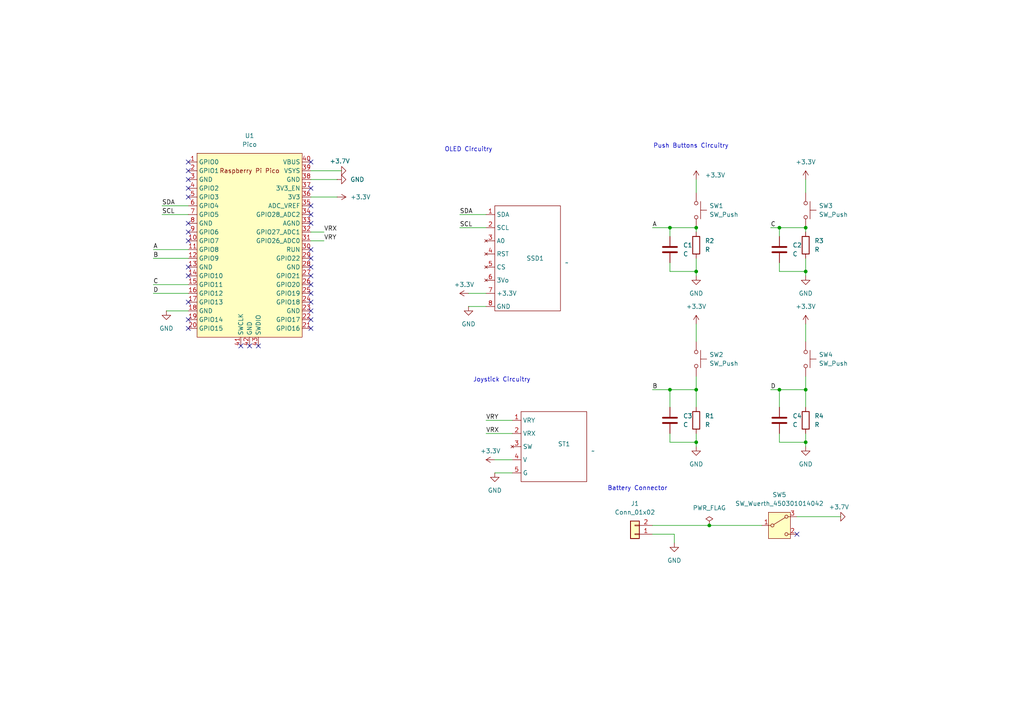
<source format=kicad_sch>
(kicad_sch
	(version 20231120)
	(generator "eeschema")
	(generator_version "8.0")
	(uuid "42010bf5-8f18-4c4d-8207-418185a5643c")
	(paper "A4")
	(lib_symbols
		(symbol "Connector_Generic:Conn_01x02"
			(pin_names
				(offset 1.016) hide)
			(exclude_from_sim no)
			(in_bom yes)
			(on_board yes)
			(property "Reference" "J"
				(at 0 2.54 0)
				(effects
					(font
						(size 1.27 1.27)
					)
				)
			)
			(property "Value" "Conn_01x02"
				(at 0 -5.08 0)
				(effects
					(font
						(size 1.27 1.27)
					)
				)
			)
			(property "Footprint" ""
				(at 0 0 0)
				(effects
					(font
						(size 1.27 1.27)
					)
					(hide yes)
				)
			)
			(property "Datasheet" "~"
				(at 0 0 0)
				(effects
					(font
						(size 1.27 1.27)
					)
					(hide yes)
				)
			)
			(property "Description" "Generic connector, single row, 01x02, script generated (kicad-library-utils/schlib/autogen/connector/)"
				(at 0 0 0)
				(effects
					(font
						(size 1.27 1.27)
					)
					(hide yes)
				)
			)
			(property "ki_keywords" "connector"
				(at 0 0 0)
				(effects
					(font
						(size 1.27 1.27)
					)
					(hide yes)
				)
			)
			(property "ki_fp_filters" "Connector*:*_1x??_*"
				(at 0 0 0)
				(effects
					(font
						(size 1.27 1.27)
					)
					(hide yes)
				)
			)
			(symbol "Conn_01x02_1_1"
				(rectangle
					(start -1.27 -2.413)
					(end 0 -2.667)
					(stroke
						(width 0.1524)
						(type default)
					)
					(fill
						(type none)
					)
				)
				(rectangle
					(start -1.27 0.127)
					(end 0 -0.127)
					(stroke
						(width 0.1524)
						(type default)
					)
					(fill
						(type none)
					)
				)
				(rectangle
					(start -1.27 1.27)
					(end 1.27 -3.81)
					(stroke
						(width 0.254)
						(type default)
					)
					(fill
						(type background)
					)
				)
				(pin passive line
					(at -5.08 0 0)
					(length 3.81)
					(name "Pin_1"
						(effects
							(font
								(size 1.27 1.27)
							)
						)
					)
					(number "1"
						(effects
							(font
								(size 1.27 1.27)
							)
						)
					)
				)
				(pin passive line
					(at -5.08 -2.54 0)
					(length 3.81)
					(name "Pin_2"
						(effects
							(font
								(size 1.27 1.27)
							)
						)
					)
					(number "2"
						(effects
							(font
								(size 1.27 1.27)
							)
						)
					)
				)
			)
		)
		(symbol "Device:C"
			(pin_numbers hide)
			(pin_names
				(offset 0.254)
			)
			(exclude_from_sim no)
			(in_bom yes)
			(on_board yes)
			(property "Reference" "C"
				(at 0.635 2.54 0)
				(effects
					(font
						(size 1.27 1.27)
					)
					(justify left)
				)
			)
			(property "Value" "C"
				(at 0.635 -2.54 0)
				(effects
					(font
						(size 1.27 1.27)
					)
					(justify left)
				)
			)
			(property "Footprint" ""
				(at 0.9652 -3.81 0)
				(effects
					(font
						(size 1.27 1.27)
					)
					(hide yes)
				)
			)
			(property "Datasheet" "~"
				(at 0 0 0)
				(effects
					(font
						(size 1.27 1.27)
					)
					(hide yes)
				)
			)
			(property "Description" "Unpolarized capacitor"
				(at 0 0 0)
				(effects
					(font
						(size 1.27 1.27)
					)
					(hide yes)
				)
			)
			(property "ki_keywords" "cap capacitor"
				(at 0 0 0)
				(effects
					(font
						(size 1.27 1.27)
					)
					(hide yes)
				)
			)
			(property "ki_fp_filters" "C_*"
				(at 0 0 0)
				(effects
					(font
						(size 1.27 1.27)
					)
					(hide yes)
				)
			)
			(symbol "C_0_1"
				(polyline
					(pts
						(xy -2.032 -0.762) (xy 2.032 -0.762)
					)
					(stroke
						(width 0.508)
						(type default)
					)
					(fill
						(type none)
					)
				)
				(polyline
					(pts
						(xy -2.032 0.762) (xy 2.032 0.762)
					)
					(stroke
						(width 0.508)
						(type default)
					)
					(fill
						(type none)
					)
				)
			)
			(symbol "C_1_1"
				(pin passive line
					(at 0 3.81 270)
					(length 2.794)
					(name "~"
						(effects
							(font
								(size 1.27 1.27)
							)
						)
					)
					(number "1"
						(effects
							(font
								(size 1.27 1.27)
							)
						)
					)
				)
				(pin passive line
					(at 0 -3.81 90)
					(length 2.794)
					(name "~"
						(effects
							(font
								(size 1.27 1.27)
							)
						)
					)
					(number "2"
						(effects
							(font
								(size 1.27 1.27)
							)
						)
					)
				)
			)
		)
		(symbol "Device:R"
			(pin_numbers hide)
			(pin_names
				(offset 0)
			)
			(exclude_from_sim no)
			(in_bom yes)
			(on_board yes)
			(property "Reference" "R"
				(at 2.032 0 90)
				(effects
					(font
						(size 1.27 1.27)
					)
				)
			)
			(property "Value" "R"
				(at 0 0 90)
				(effects
					(font
						(size 1.27 1.27)
					)
				)
			)
			(property "Footprint" ""
				(at -1.778 0 90)
				(effects
					(font
						(size 1.27 1.27)
					)
					(hide yes)
				)
			)
			(property "Datasheet" "~"
				(at 0 0 0)
				(effects
					(font
						(size 1.27 1.27)
					)
					(hide yes)
				)
			)
			(property "Description" "Resistor"
				(at 0 0 0)
				(effects
					(font
						(size 1.27 1.27)
					)
					(hide yes)
				)
			)
			(property "ki_keywords" "R res resistor"
				(at 0 0 0)
				(effects
					(font
						(size 1.27 1.27)
					)
					(hide yes)
				)
			)
			(property "ki_fp_filters" "R_*"
				(at 0 0 0)
				(effects
					(font
						(size 1.27 1.27)
					)
					(hide yes)
				)
			)
			(symbol "R_0_1"
				(rectangle
					(start -1.016 -2.54)
					(end 1.016 2.54)
					(stroke
						(width 0.254)
						(type default)
					)
					(fill
						(type none)
					)
				)
			)
			(symbol "R_1_1"
				(pin passive line
					(at 0 3.81 270)
					(length 1.27)
					(name "~"
						(effects
							(font
								(size 1.27 1.27)
							)
						)
					)
					(number "1"
						(effects
							(font
								(size 1.27 1.27)
							)
						)
					)
				)
				(pin passive line
					(at 0 -3.81 90)
					(length 1.27)
					(name "~"
						(effects
							(font
								(size 1.27 1.27)
							)
						)
					)
					(number "2"
						(effects
							(font
								(size 1.27 1.27)
							)
						)
					)
				)
			)
		)
		(symbol "MCU_RaspberryPi_and_Boards:Pico"
			(exclude_from_sim no)
			(in_bom yes)
			(on_board yes)
			(property "Reference" "U"
				(at -13.97 27.94 0)
				(effects
					(font
						(size 1.27 1.27)
					)
				)
			)
			(property "Value" "Pico"
				(at 0 19.05 0)
				(effects
					(font
						(size 1.27 1.27)
					)
				)
			)
			(property "Footprint" "RPi_Pico:RPi_Pico_SMD_TH"
				(at 0 0 90)
				(effects
					(font
						(size 1.27 1.27)
					)
					(hide yes)
				)
			)
			(property "Datasheet" ""
				(at 0 0 0)
				(effects
					(font
						(size 1.27 1.27)
					)
					(hide yes)
				)
			)
			(property "Description" ""
				(at 0 0 0)
				(effects
					(font
						(size 1.27 1.27)
					)
					(hide yes)
				)
			)
			(symbol "Pico_0_0"
				(text "Raspberry Pi Pico"
					(at 0 21.59 0)
					(effects
						(font
							(size 1.27 1.27)
						)
					)
				)
			)
			(symbol "Pico_0_1"
				(rectangle
					(start -15.24 26.67)
					(end 15.24 -26.67)
					(stroke
						(width 0)
						(type default)
					)
					(fill
						(type background)
					)
				)
			)
			(symbol "Pico_1_1"
				(pin bidirectional line
					(at -17.78 24.13 0)
					(length 2.54)
					(name "GPIO0"
						(effects
							(font
								(size 1.27 1.27)
							)
						)
					)
					(number "1"
						(effects
							(font
								(size 1.27 1.27)
							)
						)
					)
				)
				(pin bidirectional line
					(at -17.78 1.27 0)
					(length 2.54)
					(name "GPIO7"
						(effects
							(font
								(size 1.27 1.27)
							)
						)
					)
					(number "10"
						(effects
							(font
								(size 1.27 1.27)
							)
						)
					)
				)
				(pin bidirectional line
					(at -17.78 -1.27 0)
					(length 2.54)
					(name "GPIO8"
						(effects
							(font
								(size 1.27 1.27)
							)
						)
					)
					(number "11"
						(effects
							(font
								(size 1.27 1.27)
							)
						)
					)
				)
				(pin bidirectional line
					(at -17.78 -3.81 0)
					(length 2.54)
					(name "GPIO9"
						(effects
							(font
								(size 1.27 1.27)
							)
						)
					)
					(number "12"
						(effects
							(font
								(size 1.27 1.27)
							)
						)
					)
				)
				(pin power_in line
					(at -17.78 -6.35 0)
					(length 2.54)
					(name "GND"
						(effects
							(font
								(size 1.27 1.27)
							)
						)
					)
					(number "13"
						(effects
							(font
								(size 1.27 1.27)
							)
						)
					)
				)
				(pin bidirectional line
					(at -17.78 -8.89 0)
					(length 2.54)
					(name "GPIO10"
						(effects
							(font
								(size 1.27 1.27)
							)
						)
					)
					(number "14"
						(effects
							(font
								(size 1.27 1.27)
							)
						)
					)
				)
				(pin bidirectional line
					(at -17.78 -11.43 0)
					(length 2.54)
					(name "GPIO11"
						(effects
							(font
								(size 1.27 1.27)
							)
						)
					)
					(number "15"
						(effects
							(font
								(size 1.27 1.27)
							)
						)
					)
				)
				(pin bidirectional line
					(at -17.78 -13.97 0)
					(length 2.54)
					(name "GPIO12"
						(effects
							(font
								(size 1.27 1.27)
							)
						)
					)
					(number "16"
						(effects
							(font
								(size 1.27 1.27)
							)
						)
					)
				)
				(pin bidirectional line
					(at -17.78 -16.51 0)
					(length 2.54)
					(name "GPIO13"
						(effects
							(font
								(size 1.27 1.27)
							)
						)
					)
					(number "17"
						(effects
							(font
								(size 1.27 1.27)
							)
						)
					)
				)
				(pin power_in line
					(at -17.78 -19.05 0)
					(length 2.54)
					(name "GND"
						(effects
							(font
								(size 1.27 1.27)
							)
						)
					)
					(number "18"
						(effects
							(font
								(size 1.27 1.27)
							)
						)
					)
				)
				(pin bidirectional line
					(at -17.78 -21.59 0)
					(length 2.54)
					(name "GPIO14"
						(effects
							(font
								(size 1.27 1.27)
							)
						)
					)
					(number "19"
						(effects
							(font
								(size 1.27 1.27)
							)
						)
					)
				)
				(pin bidirectional line
					(at -17.78 21.59 0)
					(length 2.54)
					(name "GPIO1"
						(effects
							(font
								(size 1.27 1.27)
							)
						)
					)
					(number "2"
						(effects
							(font
								(size 1.27 1.27)
							)
						)
					)
				)
				(pin bidirectional line
					(at -17.78 -24.13 0)
					(length 2.54)
					(name "GPIO15"
						(effects
							(font
								(size 1.27 1.27)
							)
						)
					)
					(number "20"
						(effects
							(font
								(size 1.27 1.27)
							)
						)
					)
				)
				(pin bidirectional line
					(at 17.78 -24.13 180)
					(length 2.54)
					(name "GPIO16"
						(effects
							(font
								(size 1.27 1.27)
							)
						)
					)
					(number "21"
						(effects
							(font
								(size 1.27 1.27)
							)
						)
					)
				)
				(pin bidirectional line
					(at 17.78 -21.59 180)
					(length 2.54)
					(name "GPIO17"
						(effects
							(font
								(size 1.27 1.27)
							)
						)
					)
					(number "22"
						(effects
							(font
								(size 1.27 1.27)
							)
						)
					)
				)
				(pin power_in line
					(at 17.78 -19.05 180)
					(length 2.54)
					(name "GND"
						(effects
							(font
								(size 1.27 1.27)
							)
						)
					)
					(number "23"
						(effects
							(font
								(size 1.27 1.27)
							)
						)
					)
				)
				(pin bidirectional line
					(at 17.78 -16.51 180)
					(length 2.54)
					(name "GPIO18"
						(effects
							(font
								(size 1.27 1.27)
							)
						)
					)
					(number "24"
						(effects
							(font
								(size 1.27 1.27)
							)
						)
					)
				)
				(pin bidirectional line
					(at 17.78 -13.97 180)
					(length 2.54)
					(name "GPIO19"
						(effects
							(font
								(size 1.27 1.27)
							)
						)
					)
					(number "25"
						(effects
							(font
								(size 1.27 1.27)
							)
						)
					)
				)
				(pin bidirectional line
					(at 17.78 -11.43 180)
					(length 2.54)
					(name "GPIO20"
						(effects
							(font
								(size 1.27 1.27)
							)
						)
					)
					(number "26"
						(effects
							(font
								(size 1.27 1.27)
							)
						)
					)
				)
				(pin bidirectional line
					(at 17.78 -8.89 180)
					(length 2.54)
					(name "GPIO21"
						(effects
							(font
								(size 1.27 1.27)
							)
						)
					)
					(number "27"
						(effects
							(font
								(size 1.27 1.27)
							)
						)
					)
				)
				(pin power_in line
					(at 17.78 -6.35 180)
					(length 2.54)
					(name "GND"
						(effects
							(font
								(size 1.27 1.27)
							)
						)
					)
					(number "28"
						(effects
							(font
								(size 1.27 1.27)
							)
						)
					)
				)
				(pin bidirectional line
					(at 17.78 -3.81 180)
					(length 2.54)
					(name "GPIO22"
						(effects
							(font
								(size 1.27 1.27)
							)
						)
					)
					(number "29"
						(effects
							(font
								(size 1.27 1.27)
							)
						)
					)
				)
				(pin power_in line
					(at -17.78 19.05 0)
					(length 2.54)
					(name "GND"
						(effects
							(font
								(size 1.27 1.27)
							)
						)
					)
					(number "3"
						(effects
							(font
								(size 1.27 1.27)
							)
						)
					)
				)
				(pin input line
					(at 17.78 -1.27 180)
					(length 2.54)
					(name "RUN"
						(effects
							(font
								(size 1.27 1.27)
							)
						)
					)
					(number "30"
						(effects
							(font
								(size 1.27 1.27)
							)
						)
					)
				)
				(pin bidirectional line
					(at 17.78 1.27 180)
					(length 2.54)
					(name "GPIO26_ADC0"
						(effects
							(font
								(size 1.27 1.27)
							)
						)
					)
					(number "31"
						(effects
							(font
								(size 1.27 1.27)
							)
						)
					)
				)
				(pin bidirectional line
					(at 17.78 3.81 180)
					(length 2.54)
					(name "GPIO27_ADC1"
						(effects
							(font
								(size 1.27 1.27)
							)
						)
					)
					(number "32"
						(effects
							(font
								(size 1.27 1.27)
							)
						)
					)
				)
				(pin power_in line
					(at 17.78 6.35 180)
					(length 2.54)
					(name "AGND"
						(effects
							(font
								(size 1.27 1.27)
							)
						)
					)
					(number "33"
						(effects
							(font
								(size 1.27 1.27)
							)
						)
					)
				)
				(pin bidirectional line
					(at 17.78 8.89 180)
					(length 2.54)
					(name "GPIO28_ADC2"
						(effects
							(font
								(size 1.27 1.27)
							)
						)
					)
					(number "34"
						(effects
							(font
								(size 1.27 1.27)
							)
						)
					)
				)
				(pin power_in line
					(at 17.78 11.43 180)
					(length 2.54)
					(name "ADC_VREF"
						(effects
							(font
								(size 1.27 1.27)
							)
						)
					)
					(number "35"
						(effects
							(font
								(size 1.27 1.27)
							)
						)
					)
				)
				(pin power_in line
					(at 17.78 13.97 180)
					(length 2.54)
					(name "3V3"
						(effects
							(font
								(size 1.27 1.27)
							)
						)
					)
					(number "36"
						(effects
							(font
								(size 1.27 1.27)
							)
						)
					)
				)
				(pin input line
					(at 17.78 16.51 180)
					(length 2.54)
					(name "3V3_EN"
						(effects
							(font
								(size 1.27 1.27)
							)
						)
					)
					(number "37"
						(effects
							(font
								(size 1.27 1.27)
							)
						)
					)
				)
				(pin bidirectional line
					(at 17.78 19.05 180)
					(length 2.54)
					(name "GND"
						(effects
							(font
								(size 1.27 1.27)
							)
						)
					)
					(number "38"
						(effects
							(font
								(size 1.27 1.27)
							)
						)
					)
				)
				(pin power_in line
					(at 17.78 21.59 180)
					(length 2.54)
					(name "VSYS"
						(effects
							(font
								(size 1.27 1.27)
							)
						)
					)
					(number "39"
						(effects
							(font
								(size 1.27 1.27)
							)
						)
					)
				)
				(pin bidirectional line
					(at -17.78 16.51 0)
					(length 2.54)
					(name "GPIO2"
						(effects
							(font
								(size 1.27 1.27)
							)
						)
					)
					(number "4"
						(effects
							(font
								(size 1.27 1.27)
							)
						)
					)
				)
				(pin power_in line
					(at 17.78 24.13 180)
					(length 2.54)
					(name "VBUS"
						(effects
							(font
								(size 1.27 1.27)
							)
						)
					)
					(number "40"
						(effects
							(font
								(size 1.27 1.27)
							)
						)
					)
				)
				(pin input line
					(at -2.54 -29.21 90)
					(length 2.54)
					(name "SWCLK"
						(effects
							(font
								(size 1.27 1.27)
							)
						)
					)
					(number "41"
						(effects
							(font
								(size 1.27 1.27)
							)
						)
					)
				)
				(pin power_in line
					(at 0 -29.21 90)
					(length 2.54)
					(name "GND"
						(effects
							(font
								(size 1.27 1.27)
							)
						)
					)
					(number "42"
						(effects
							(font
								(size 1.27 1.27)
							)
						)
					)
				)
				(pin bidirectional line
					(at 2.54 -29.21 90)
					(length 2.54)
					(name "SWDIO"
						(effects
							(font
								(size 1.27 1.27)
							)
						)
					)
					(number "43"
						(effects
							(font
								(size 1.27 1.27)
							)
						)
					)
				)
				(pin bidirectional line
					(at -17.78 13.97 0)
					(length 2.54)
					(name "GPIO3"
						(effects
							(font
								(size 1.27 1.27)
							)
						)
					)
					(number "5"
						(effects
							(font
								(size 1.27 1.27)
							)
						)
					)
				)
				(pin bidirectional line
					(at -17.78 11.43 0)
					(length 2.54)
					(name "GPIO4"
						(effects
							(font
								(size 1.27 1.27)
							)
						)
					)
					(number "6"
						(effects
							(font
								(size 1.27 1.27)
							)
						)
					)
				)
				(pin bidirectional line
					(at -17.78 8.89 0)
					(length 2.54)
					(name "GPIO5"
						(effects
							(font
								(size 1.27 1.27)
							)
						)
					)
					(number "7"
						(effects
							(font
								(size 1.27 1.27)
							)
						)
					)
				)
				(pin power_in line
					(at -17.78 6.35 0)
					(length 2.54)
					(name "GND"
						(effects
							(font
								(size 1.27 1.27)
							)
						)
					)
					(number "8"
						(effects
							(font
								(size 1.27 1.27)
							)
						)
					)
				)
				(pin bidirectional line
					(at -17.78 3.81 0)
					(length 2.54)
					(name "GPIO6"
						(effects
							(font
								(size 1.27 1.27)
							)
						)
					)
					(number "9"
						(effects
							(font
								(size 1.27 1.27)
							)
						)
					)
				)
			)
		)
		(symbol "Simulation_SPICE:0"
			(power)
			(pin_numbers hide)
			(pin_names
				(offset 0) hide)
			(exclude_from_sim no)
			(in_bom yes)
			(on_board yes)
			(property "Reference" "#GND"
				(at 0 -5.08 0)
				(effects
					(font
						(size 1.27 1.27)
					)
					(hide yes)
				)
			)
			(property "Value" "0"
				(at 0 -2.54 0)
				(effects
					(font
						(size 1.27 1.27)
					)
				)
			)
			(property "Footprint" ""
				(at 0 0 0)
				(effects
					(font
						(size 1.27 1.27)
					)
					(hide yes)
				)
			)
			(property "Datasheet" "https://ngspice.sourceforge.io/docs/ngspice-html-manual/manual.xhtml#subsec_Circuit_elements__device"
				(at 0 -10.16 0)
				(effects
					(font
						(size 1.27 1.27)
					)
					(hide yes)
				)
			)
			(property "Description" "0V reference potential for simulation"
				(at 0 -7.62 0)
				(effects
					(font
						(size 1.27 1.27)
					)
					(hide yes)
				)
			)
			(property "ki_keywords" "simulation"
				(at 0 0 0)
				(effects
					(font
						(size 1.27 1.27)
					)
					(hide yes)
				)
			)
			(symbol "0_0_1"
				(polyline
					(pts
						(xy -1.27 0) (xy 0 -1.27) (xy 1.27 0) (xy -1.27 0)
					)
					(stroke
						(width 0)
						(type default)
					)
					(fill
						(type none)
					)
				)
			)
			(symbol "0_1_1"
				(pin power_in line
					(at 0 0 0)
					(length 0)
					(name "~"
						(effects
							(font
								(size 1.016 1.016)
							)
						)
					)
					(number "1"
						(effects
							(font
								(size 1.016 1.016)
							)
						)
					)
				)
			)
		)
		(symbol "Switch:SW_Push"
			(pin_numbers hide)
			(pin_names
				(offset 1.016) hide)
			(exclude_from_sim no)
			(in_bom yes)
			(on_board yes)
			(property "Reference" "SW"
				(at 1.27 2.54 0)
				(effects
					(font
						(size 1.27 1.27)
					)
					(justify left)
				)
			)
			(property "Value" "SW_Push"
				(at 0 -1.524 0)
				(effects
					(font
						(size 1.27 1.27)
					)
				)
			)
			(property "Footprint" ""
				(at 0 5.08 0)
				(effects
					(font
						(size 1.27 1.27)
					)
					(hide yes)
				)
			)
			(property "Datasheet" "~"
				(at 0 5.08 0)
				(effects
					(font
						(size 1.27 1.27)
					)
					(hide yes)
				)
			)
			(property "Description" "Push button switch, generic, two pins"
				(at 0 0 0)
				(effects
					(font
						(size 1.27 1.27)
					)
					(hide yes)
				)
			)
			(property "ki_keywords" "switch normally-open pushbutton push-button"
				(at 0 0 0)
				(effects
					(font
						(size 1.27 1.27)
					)
					(hide yes)
				)
			)
			(symbol "SW_Push_0_1"
				(circle
					(center -2.032 0)
					(radius 0.508)
					(stroke
						(width 0)
						(type default)
					)
					(fill
						(type none)
					)
				)
				(polyline
					(pts
						(xy 0 1.27) (xy 0 3.048)
					)
					(stroke
						(width 0)
						(type default)
					)
					(fill
						(type none)
					)
				)
				(polyline
					(pts
						(xy 2.54 1.27) (xy -2.54 1.27)
					)
					(stroke
						(width 0)
						(type default)
					)
					(fill
						(type none)
					)
				)
				(circle
					(center 2.032 0)
					(radius 0.508)
					(stroke
						(width 0)
						(type default)
					)
					(fill
						(type none)
					)
				)
				(pin passive line
					(at -5.08 0 0)
					(length 2.54)
					(name "1"
						(effects
							(font
								(size 1.27 1.27)
							)
						)
					)
					(number "1"
						(effects
							(font
								(size 1.27 1.27)
							)
						)
					)
				)
				(pin passive line
					(at 5.08 0 180)
					(length 2.54)
					(name "2"
						(effects
							(font
								(size 1.27 1.27)
							)
						)
					)
					(number "2"
						(effects
							(font
								(size 1.27 1.27)
							)
						)
					)
				)
			)
		)
		(symbol "Switch:SW_Wuerth_450301014042"
			(pin_names
				(offset 1) hide)
			(exclude_from_sim no)
			(in_bom yes)
			(on_board yes)
			(property "Reference" "SW"
				(at 0 5.08 0)
				(effects
					(font
						(size 1.27 1.27)
					)
				)
			)
			(property "Value" "SW_Wuerth_450301014042"
				(at 0 -5.08 0)
				(effects
					(font
						(size 1.27 1.27)
					)
				)
			)
			(property "Footprint" "Button_Switch_THT:SW_Slide-03_Wuerth-WS-SLTV_10x2.5x6.4_P2.54mm"
				(at 0 -10.16 0)
				(effects
					(font
						(size 1.27 1.27)
					)
					(hide yes)
				)
			)
			(property "Datasheet" "https://www.we-online.com/components/products/datasheet/450301014042.pdf"
				(at 0 -7.62 0)
				(effects
					(font
						(size 1.27 1.27)
					)
					(hide yes)
				)
			)
			(property "Description" "Switch slide, single pole double throw"
				(at 0 0 0)
				(effects
					(font
						(size 1.27 1.27)
					)
					(hide yes)
				)
			)
			(property "ki_keywords" "changeover single-pole opposite-side-connection double-throw spdt ON-ON"
				(at 0 0 0)
				(effects
					(font
						(size 1.27 1.27)
					)
					(hide yes)
				)
			)
			(property "ki_fp_filters" "SW*Wuerth*WS*SLTV*10x2.5x6.4*P2.54mm*"
				(at 0 0 0)
				(effects
					(font
						(size 1.27 1.27)
					)
					(hide yes)
				)
			)
			(symbol "SW_Wuerth_450301014042_0_1"
				(circle
					(center -2.032 0)
					(radius 0.4572)
					(stroke
						(width 0)
						(type default)
					)
					(fill
						(type none)
					)
				)
				(polyline
					(pts
						(xy -1.651 0.254) (xy 1.651 2.286)
					)
					(stroke
						(width 0)
						(type default)
					)
					(fill
						(type none)
					)
				)
				(circle
					(center 2.032 -2.54)
					(radius 0.4572)
					(stroke
						(width 0)
						(type default)
					)
					(fill
						(type none)
					)
				)
				(circle
					(center 2.032 2.54)
					(radius 0.4572)
					(stroke
						(width 0)
						(type default)
					)
					(fill
						(type none)
					)
				)
			)
			(symbol "SW_Wuerth_450301014042_1_1"
				(rectangle
					(start -3.175 3.81)
					(end 3.175 -3.81)
					(stroke
						(width 0)
						(type default)
					)
					(fill
						(type background)
					)
				)
				(pin passive line
					(at -5.08 0 0)
					(length 2.54)
					(name "B"
						(effects
							(font
								(size 1.27 1.27)
							)
						)
					)
					(number "1"
						(effects
							(font
								(size 1.27 1.27)
							)
						)
					)
				)
				(pin passive line
					(at 5.08 -2.54 180)
					(length 2.54)
					(name "C"
						(effects
							(font
								(size 1.27 1.27)
							)
						)
					)
					(number "2"
						(effects
							(font
								(size 1.27 1.27)
							)
						)
					)
				)
				(pin passive line
					(at 5.08 2.54 180)
					(length 2.54)
					(name "A"
						(effects
							(font
								(size 1.27 1.27)
							)
						)
					)
					(number "3"
						(effects
							(font
								(size 1.27 1.27)
							)
						)
					)
				)
			)
		)
		(symbol "pacmanlib_sym:Oled"
			(exclude_from_sim no)
			(in_bom yes)
			(on_board yes)
			(property "Reference" "SSD1306"
				(at 2.286 0.762 0)
				(effects
					(font
						(size 1.27 1.27)
					)
				)
			)
			(property "Value" ""
				(at 0 0 0)
				(effects
					(font
						(size 1.27 1.27)
					)
				)
			)
			(property "Footprint" ""
				(at 0 0 0)
				(effects
					(font
						(size 1.27 1.27)
					)
					(hide yes)
				)
			)
			(property "Datasheet" ""
				(at 0 0 0)
				(effects
					(font
						(size 1.27 1.27)
					)
					(hide yes)
				)
			)
			(property "Description" ""
				(at 0 0 0)
				(effects
					(font
						(size 1.27 1.27)
					)
					(hide yes)
				)
			)
			(symbol "Oled_0_1"
				(rectangle
					(start -8.89 15.24)
					(end 10.16 -15.24)
					(stroke
						(width 0)
						(type default)
					)
					(fill
						(type none)
					)
				)
			)
			(symbol "Oled_1_1"
				(pin bidirectional line
					(at -11.43 12.7 0)
					(length 2.54)
					(name "SDA"
						(effects
							(font
								(size 1.27 1.27)
							)
						)
					)
					(number "1"
						(effects
							(font
								(size 1.27 1.27)
							)
						)
					)
				)
				(pin bidirectional line
					(at -11.43 8.89 0)
					(length 2.54)
					(name "SCL"
						(effects
							(font
								(size 1.27 1.27)
							)
						)
					)
					(number "2"
						(effects
							(font
								(size 1.27 1.27)
							)
						)
					)
				)
				(pin no_connect line
					(at -11.43 5.08 0)
					(length 2.54)
					(name "A0"
						(effects
							(font
								(size 1.27 1.27)
							)
						)
					)
					(number "3"
						(effects
							(font
								(size 1.27 1.27)
							)
						)
					)
				)
				(pin no_connect line
					(at -11.43 1.27 0)
					(length 2.54)
					(name "RST"
						(effects
							(font
								(size 1.27 1.27)
							)
						)
					)
					(number "4"
						(effects
							(font
								(size 1.27 1.27)
							)
						)
					)
				)
				(pin no_connect line
					(at -11.43 -2.54 0)
					(length 2.54)
					(name "CS"
						(effects
							(font
								(size 1.27 1.27)
							)
						)
					)
					(number "5"
						(effects
							(font
								(size 1.27 1.27)
							)
						)
					)
				)
				(pin no_connect line
					(at -11.43 -6.35 0)
					(length 2.54)
					(name "3Vo"
						(effects
							(font
								(size 1.27 1.27)
							)
						)
					)
					(number "6"
						(effects
							(font
								(size 1.27 1.27)
							)
						)
					)
				)
				(pin power_in line
					(at -11.43 -10.16 0)
					(length 2.54)
					(name "+3.3V"
						(effects
							(font
								(size 1.27 1.27)
							)
						)
					)
					(number "7"
						(effects
							(font
								(size 1.27 1.27)
							)
						)
					)
				)
				(pin power_in line
					(at -11.43 -13.97 0)
					(length 2.54)
					(name "GND"
						(effects
							(font
								(size 1.27 1.27)
							)
						)
					)
					(number "8"
						(effects
							(font
								(size 1.27 1.27)
							)
						)
					)
				)
			)
		)
		(symbol "pacmanlib_sym:joystick"
			(exclude_from_sim no)
			(in_bom yes)
			(on_board yes)
			(property "Reference" "ST0001"
				(at 0.254 0.508 0)
				(effects
					(font
						(size 1.27 1.27)
					)
				)
			)
			(property "Value" ""
				(at 0 0 0)
				(effects
					(font
						(size 1.27 1.27)
					)
				)
			)
			(property "Footprint" ""
				(at 0 0 0)
				(effects
					(font
						(size 1.27 1.27)
					)
					(hide yes)
				)
			)
			(property "Datasheet" ""
				(at 0 0 0)
				(effects
					(font
						(size 1.27 1.27)
					)
					(hide yes)
				)
			)
			(property "Description" ""
				(at 0 0 0)
				(effects
					(font
						(size 1.27 1.27)
					)
					(hide yes)
				)
			)
			(symbol "joystick_0_1"
				(rectangle
					(start -10.16 10.16)
					(end 8.89 -10.16)
					(stroke
						(width 0)
						(type default)
					)
					(fill
						(type none)
					)
				)
			)
			(symbol "joystick_1_1"
				(pin output line
					(at -12.7 7.62 0)
					(length 2.54)
					(name "VRY"
						(effects
							(font
								(size 1.27 1.27)
							)
						)
					)
					(number "1"
						(effects
							(font
								(size 1.27 1.27)
							)
						)
					)
				)
				(pin output line
					(at -12.7 3.81 0)
					(length 2.54)
					(name "VRX"
						(effects
							(font
								(size 1.27 1.27)
							)
						)
					)
					(number "2"
						(effects
							(font
								(size 1.27 1.27)
							)
						)
					)
				)
				(pin no_connect line
					(at -12.7 0 0)
					(length 2.54)
					(name "SW"
						(effects
							(font
								(size 1.27 1.27)
							)
						)
					)
					(number "3"
						(effects
							(font
								(size 1.27 1.27)
							)
						)
					)
				)
				(pin power_in line
					(at -12.7 -3.81 0)
					(length 2.54)
					(name "V"
						(effects
							(font
								(size 1.27 1.27)
							)
						)
					)
					(number "4"
						(effects
							(font
								(size 1.27 1.27)
							)
						)
					)
				)
				(pin power_in line
					(at -12.7 -7.62 0)
					(length 2.54)
					(name "G"
						(effects
							(font
								(size 1.27 1.27)
							)
						)
					)
					(number "5"
						(effects
							(font
								(size 1.27 1.27)
							)
						)
					)
				)
			)
		)
		(symbol "power:+5V"
			(power)
			(pin_numbers hide)
			(pin_names
				(offset 0) hide)
			(exclude_from_sim no)
			(in_bom yes)
			(on_board yes)
			(property "Reference" "#PWR"
				(at 0 -3.81 0)
				(effects
					(font
						(size 1.27 1.27)
					)
					(hide yes)
				)
			)
			(property "Value" "+5V"
				(at 0 3.556 0)
				(effects
					(font
						(size 1.27 1.27)
					)
				)
			)
			(property "Footprint" ""
				(at 0 0 0)
				(effects
					(font
						(size 1.27 1.27)
					)
					(hide yes)
				)
			)
			(property "Datasheet" ""
				(at 0 0 0)
				(effects
					(font
						(size 1.27 1.27)
					)
					(hide yes)
				)
			)
			(property "Description" "Power symbol creates a global label with name \"+5V\""
				(at 0 0 0)
				(effects
					(font
						(size 1.27 1.27)
					)
					(hide yes)
				)
			)
			(property "ki_keywords" "global power"
				(at 0 0 0)
				(effects
					(font
						(size 1.27 1.27)
					)
					(hide yes)
				)
			)
			(symbol "+5V_0_1"
				(polyline
					(pts
						(xy -0.762 1.27) (xy 0 2.54)
					)
					(stroke
						(width 0)
						(type default)
					)
					(fill
						(type none)
					)
				)
				(polyline
					(pts
						(xy 0 0) (xy 0 2.54)
					)
					(stroke
						(width 0)
						(type default)
					)
					(fill
						(type none)
					)
				)
				(polyline
					(pts
						(xy 0 2.54) (xy 0.762 1.27)
					)
					(stroke
						(width 0)
						(type default)
					)
					(fill
						(type none)
					)
				)
			)
			(symbol "+5V_1_1"
				(pin power_in line
					(at 0 0 90)
					(length 0)
					(name "~"
						(effects
							(font
								(size 1.27 1.27)
							)
						)
					)
					(number "1"
						(effects
							(font
								(size 1.27 1.27)
							)
						)
					)
				)
			)
		)
		(symbol "power:GND"
			(power)
			(pin_numbers hide)
			(pin_names
				(offset 0) hide)
			(exclude_from_sim no)
			(in_bom yes)
			(on_board yes)
			(property "Reference" "#PWR"
				(at 0 -6.35 0)
				(effects
					(font
						(size 1.27 1.27)
					)
					(hide yes)
				)
			)
			(property "Value" "GND"
				(at 0 -3.81 0)
				(effects
					(font
						(size 1.27 1.27)
					)
				)
			)
			(property "Footprint" ""
				(at 0 0 0)
				(effects
					(font
						(size 1.27 1.27)
					)
					(hide yes)
				)
			)
			(property "Datasheet" ""
				(at 0 0 0)
				(effects
					(font
						(size 1.27 1.27)
					)
					(hide yes)
				)
			)
			(property "Description" "Power symbol creates a global label with name \"GND\" , ground"
				(at 0 0 0)
				(effects
					(font
						(size 1.27 1.27)
					)
					(hide yes)
				)
			)
			(property "ki_keywords" "global power"
				(at 0 0 0)
				(effects
					(font
						(size 1.27 1.27)
					)
					(hide yes)
				)
			)
			(symbol "GND_0_1"
				(polyline
					(pts
						(xy 0 0) (xy 0 -1.27) (xy 1.27 -1.27) (xy 0 -2.54) (xy -1.27 -1.27) (xy 0 -1.27)
					)
					(stroke
						(width 0)
						(type default)
					)
					(fill
						(type none)
					)
				)
			)
			(symbol "GND_1_1"
				(pin power_in line
					(at 0 0 270)
					(length 0)
					(name "~"
						(effects
							(font
								(size 1.27 1.27)
							)
						)
					)
					(number "1"
						(effects
							(font
								(size 1.27 1.27)
							)
						)
					)
				)
			)
		)
		(symbol "power:PWR_FLAG"
			(power)
			(pin_numbers hide)
			(pin_names
				(offset 0) hide)
			(exclude_from_sim no)
			(in_bom yes)
			(on_board yes)
			(property "Reference" "#FLG"
				(at 0 1.905 0)
				(effects
					(font
						(size 1.27 1.27)
					)
					(hide yes)
				)
			)
			(property "Value" "PWR_FLAG"
				(at 0 3.81 0)
				(effects
					(font
						(size 1.27 1.27)
					)
				)
			)
			(property "Footprint" ""
				(at 0 0 0)
				(effects
					(font
						(size 1.27 1.27)
					)
					(hide yes)
				)
			)
			(property "Datasheet" "~"
				(at 0 0 0)
				(effects
					(font
						(size 1.27 1.27)
					)
					(hide yes)
				)
			)
			(property "Description" "Special symbol for telling ERC where power comes from"
				(at 0 0 0)
				(effects
					(font
						(size 1.27 1.27)
					)
					(hide yes)
				)
			)
			(property "ki_keywords" "flag power"
				(at 0 0 0)
				(effects
					(font
						(size 1.27 1.27)
					)
					(hide yes)
				)
			)
			(symbol "PWR_FLAG_0_0"
				(pin power_out line
					(at 0 0 90)
					(length 0)
					(name "~"
						(effects
							(font
								(size 1.27 1.27)
							)
						)
					)
					(number "1"
						(effects
							(font
								(size 1.27 1.27)
							)
						)
					)
				)
			)
			(symbol "PWR_FLAG_0_1"
				(polyline
					(pts
						(xy 0 0) (xy 0 1.27) (xy -1.016 1.905) (xy 0 2.54) (xy 1.016 1.905) (xy 0 1.27)
					)
					(stroke
						(width 0)
						(type default)
					)
					(fill
						(type none)
					)
				)
			)
		)
	)
	(junction
		(at 201.93 128.27)
		(diameter 0)
		(color 0 0 0 0)
		(uuid "07390bf0-ada6-4651-a8ce-1d2cd4587821")
	)
	(junction
		(at 205.74 152.4)
		(diameter 0)
		(color 0 0 0 0)
		(uuid "4adadde7-3af6-4e7d-ab78-8075ec25eb50")
	)
	(junction
		(at 233.68 66.04)
		(diameter 0)
		(color 0 0 0 0)
		(uuid "53af28b6-12f4-4af8-9723-e02754127168")
	)
	(junction
		(at 201.93 66.04)
		(diameter 0)
		(color 0 0 0 0)
		(uuid "5a5e8e29-300e-4956-9943-63df8b16f6a7")
	)
	(junction
		(at 201.93 113.03)
		(diameter 0)
		(color 0 0 0 0)
		(uuid "60023d10-0054-4795-8e7d-f67740e74dc8")
	)
	(junction
		(at 201.93 78.74)
		(diameter 0)
		(color 0 0 0 0)
		(uuid "6cd4ca12-a5ed-4554-95a6-398ae905695d")
	)
	(junction
		(at 233.68 78.74)
		(diameter 0)
		(color 0 0 0 0)
		(uuid "90eacf30-abe6-4c83-9fb4-6ead830e3665")
	)
	(junction
		(at 226.06 113.03)
		(diameter 0)
		(color 0 0 0 0)
		(uuid "9a00b54e-7dbe-4acb-adb5-91e8eaa2c2b1")
	)
	(junction
		(at 226.06 66.04)
		(diameter 0)
		(color 0 0 0 0)
		(uuid "b254621d-f50e-4443-bfa4-1b304d8a7497")
	)
	(junction
		(at 194.31 113.03)
		(diameter 0)
		(color 0 0 0 0)
		(uuid "b96e8b98-716f-408e-9005-8db33184d1d6")
	)
	(junction
		(at 233.68 128.27)
		(diameter 0)
		(color 0 0 0 0)
		(uuid "c43475d2-281b-4bc0-9fa4-27157798c89e")
	)
	(junction
		(at 233.68 113.03)
		(diameter 0)
		(color 0 0 0 0)
		(uuid "d763fa17-9626-425d-a5f6-3ff03e7cde08")
	)
	(junction
		(at 194.31 66.04)
		(diameter 0)
		(color 0 0 0 0)
		(uuid "f5b33557-34e7-4a84-ba10-cbff0c563be1")
	)
	(no_connect
		(at 54.61 95.25)
		(uuid "0f930632-06a5-4e32-8013-2c578d84dd2c")
	)
	(no_connect
		(at 54.61 77.47)
		(uuid "127085f1-8481-4e0f-8d96-974c04f25161")
	)
	(no_connect
		(at 90.17 82.55)
		(uuid "1398973b-6150-4c14-8ae8-40fafe2c7d33")
	)
	(no_connect
		(at 54.61 69.85)
		(uuid "1e64d91b-4dae-4979-858c-1610194b2cf2")
	)
	(no_connect
		(at 72.39 100.33)
		(uuid "342bbcd6-a818-4918-a91d-af896bec61b8")
	)
	(no_connect
		(at 69.85 100.33)
		(uuid "45b9c2ac-c1b0-49b2-8b54-6f083f38ff43")
	)
	(no_connect
		(at 90.17 54.61)
		(uuid "5990d9d8-d962-4ceb-ae2d-fbcf17168d09")
	)
	(no_connect
		(at 54.61 57.15)
		(uuid "736cfc41-579c-404e-a2e7-9a1eb8293d71")
	)
	(no_connect
		(at 90.17 87.63)
		(uuid "777f0f69-259a-4f28-a8c2-759f9361f8eb")
	)
	(no_connect
		(at 90.17 64.77)
		(uuid "7a04eac8-d4f8-4dea-9741-39d0485db556")
	)
	(no_connect
		(at 54.61 80.01)
		(uuid "8093e4ce-f531-4569-8977-297cdff15826")
	)
	(no_connect
		(at 90.17 85.09)
		(uuid "82ab0cd6-980c-43f0-ab28-a83693ee96c1")
	)
	(no_connect
		(at 54.61 46.99)
		(uuid "8e8fc835-51cf-4ba5-8f9e-c96effda886f")
	)
	(no_connect
		(at 90.17 77.47)
		(uuid "914055de-1d36-4e0c-a7b6-e232226dad25")
	)
	(no_connect
		(at 90.17 72.39)
		(uuid "936ad319-5d1f-4d1d-918d-12675b70784b")
	)
	(no_connect
		(at 90.17 59.69)
		(uuid "9848ec26-aeb1-45c6-be55-be3e91bea023")
	)
	(no_connect
		(at 90.17 46.99)
		(uuid "a37a3c57-c7e8-41dd-a9a5-da25ae1e0437")
	)
	(no_connect
		(at 54.61 92.71)
		(uuid "ad5e26ba-6836-499e-bddb-b52d21562158")
	)
	(no_connect
		(at 90.17 62.23)
		(uuid "aefd5fb9-c967-49a6-aca3-60a153d9ff35")
	)
	(no_connect
		(at 90.17 92.71)
		(uuid "b40705f9-75f0-4270-ade9-b999edfcbadd")
	)
	(no_connect
		(at 90.17 80.01)
		(uuid "ba88c5e2-756c-4781-af92-ed434936b0d3")
	)
	(no_connect
		(at 54.61 49.53)
		(uuid "bc9cb9bb-f5da-44e5-8429-1d86c7e5f8ac")
	)
	(no_connect
		(at 54.61 64.77)
		(uuid "be069e68-52e6-40dd-9938-66d48655fad0")
	)
	(no_connect
		(at 90.17 74.93)
		(uuid "c8987cfe-a07a-49c1-9f90-6ef720303049")
	)
	(no_connect
		(at 54.61 54.61)
		(uuid "c98251f0-1e17-4b24-b98d-8d9aeee468ab")
	)
	(no_connect
		(at 90.17 90.17)
		(uuid "cf361a61-82aa-41a8-830d-f1aa83767445")
	)
	(no_connect
		(at 54.61 67.31)
		(uuid "cff4d110-ac12-43af-83db-0b5fba4b3f53")
	)
	(no_connect
		(at 74.93 100.33)
		(uuid "d64a2cbb-c8db-4711-8fd8-9fe3fd944fc8")
	)
	(no_connect
		(at 54.61 87.63)
		(uuid "d9f0443a-c901-4de9-aad6-377b1dc233e5")
	)
	(no_connect
		(at 231.14 154.94)
		(uuid "e6f64880-cf2a-400c-8e1a-3e835e743360")
	)
	(no_connect
		(at 90.17 95.25)
		(uuid "ec594d59-91cf-4ad6-89e4-c4bb49c582e3")
	)
	(no_connect
		(at 54.61 52.07)
		(uuid "f0414358-9b32-423d-a45d-5c2f58ef7288")
	)
	(wire
		(pts
			(xy 46.99 62.23) (xy 54.61 62.23)
		)
		(stroke
			(width 0)
			(type default)
		)
		(uuid "0a9b3c52-864c-4cdb-932a-d4dcc2e8ad58")
	)
	(wire
		(pts
			(xy 233.68 74.93) (xy 233.68 78.74)
		)
		(stroke
			(width 0)
			(type default)
		)
		(uuid "10baeb9f-4990-412c-9e99-c8d977d604b1")
	)
	(wire
		(pts
			(xy 201.93 125.73) (xy 201.93 128.27)
		)
		(stroke
			(width 0)
			(type default)
		)
		(uuid "1547f89c-57f9-4d9b-9c34-a28e8a44ed40")
	)
	(wire
		(pts
			(xy 189.23 154.94) (xy 195.58 154.94)
		)
		(stroke
			(width 0)
			(type default)
		)
		(uuid "16196abf-3f88-4bcb-8e36-20f472e02f48")
	)
	(wire
		(pts
			(xy 194.31 128.27) (xy 201.93 128.27)
		)
		(stroke
			(width 0)
			(type default)
		)
		(uuid "1baa575e-ad20-4550-be45-84cb81bc9f8e")
	)
	(wire
		(pts
			(xy 140.97 125.73) (xy 148.59 125.73)
		)
		(stroke
			(width 0)
			(type default)
		)
		(uuid "1d157139-f5ab-47d4-bdef-adbc062c3473")
	)
	(wire
		(pts
			(xy 90.17 52.07) (xy 97.79 52.07)
		)
		(stroke
			(width 0)
			(type default)
		)
		(uuid "20b25809-36cd-43a9-b6be-1ba175a515b1")
	)
	(wire
		(pts
			(xy 233.68 118.11) (xy 233.68 113.03)
		)
		(stroke
			(width 0)
			(type default)
		)
		(uuid "257aa15e-0d87-4395-af4c-8b701d090384")
	)
	(wire
		(pts
			(xy 143.51 137.16) (xy 148.59 137.16)
		)
		(stroke
			(width 0)
			(type default)
		)
		(uuid "263eab77-f1ab-4939-abb6-6febf0995c27")
	)
	(wire
		(pts
			(xy 233.68 109.22) (xy 233.68 113.03)
		)
		(stroke
			(width 0)
			(type default)
		)
		(uuid "2ff5ecac-822f-4c50-9cf5-eb5314378e16")
	)
	(wire
		(pts
			(xy 90.17 69.85) (xy 93.98 69.85)
		)
		(stroke
			(width 0)
			(type default)
		)
		(uuid "31c411d4-65e4-4063-9135-2a59b1872eb1")
	)
	(wire
		(pts
			(xy 201.93 128.27) (xy 201.93 129.54)
		)
		(stroke
			(width 0)
			(type default)
		)
		(uuid "324e22a7-acde-47c7-8414-d2e225fac25a")
	)
	(wire
		(pts
			(xy 226.06 78.74) (xy 233.68 78.74)
		)
		(stroke
			(width 0)
			(type default)
		)
		(uuid "34399960-60f9-4088-a260-6ee3ada7b07d")
	)
	(wire
		(pts
			(xy 135.89 85.09) (xy 140.97 85.09)
		)
		(stroke
			(width 0)
			(type default)
		)
		(uuid "3e91c8da-457a-49eb-bde4-4ca6d9c73c10")
	)
	(wire
		(pts
			(xy 226.06 125.73) (xy 226.06 128.27)
		)
		(stroke
			(width 0)
			(type default)
		)
		(uuid "3fb0ce9e-d903-477c-a934-b95eebae8c77")
	)
	(wire
		(pts
			(xy 189.23 113.03) (xy 194.31 113.03)
		)
		(stroke
			(width 0)
			(type default)
		)
		(uuid "4b565b68-ee4d-4693-9fc5-749b2bcf6977")
	)
	(wire
		(pts
			(xy 195.58 157.48) (xy 195.58 154.94)
		)
		(stroke
			(width 0)
			(type default)
		)
		(uuid "527dd69e-166e-4ef1-9901-ec49ca408194")
	)
	(wire
		(pts
			(xy 223.52 66.04) (xy 226.06 66.04)
		)
		(stroke
			(width 0)
			(type default)
		)
		(uuid "53a54ce8-3d5d-4b6c-b795-77620b896c55")
	)
	(wire
		(pts
			(xy 201.93 74.93) (xy 201.93 78.74)
		)
		(stroke
			(width 0)
			(type default)
		)
		(uuid "59a22fdd-fa69-4589-af07-3f21b33185eb")
	)
	(wire
		(pts
			(xy 226.06 76.2) (xy 226.06 78.74)
		)
		(stroke
			(width 0)
			(type default)
		)
		(uuid "5d47900a-15bd-4a12-be7b-352ed25cb313")
	)
	(wire
		(pts
			(xy 90.17 49.53) (xy 99.06 49.53)
		)
		(stroke
			(width 0)
			(type default)
		)
		(uuid "5f7e8fb2-3446-4b02-a6b9-797e1f78c6aa")
	)
	(wire
		(pts
			(xy 44.45 82.55) (xy 54.61 82.55)
		)
		(stroke
			(width 0)
			(type default)
		)
		(uuid "61d58c41-3b50-46ad-9480-447a12729531")
	)
	(wire
		(pts
			(xy 133.35 62.23) (xy 140.97 62.23)
		)
		(stroke
			(width 0)
			(type default)
		)
		(uuid "61f47e9b-c62d-4195-971f-655471ba70ed")
	)
	(wire
		(pts
			(xy 46.99 59.69) (xy 54.61 59.69)
		)
		(stroke
			(width 0)
			(type default)
		)
		(uuid "6743408e-59e4-4664-8bc6-6ec0d550c4df")
	)
	(wire
		(pts
			(xy 143.51 133.35) (xy 148.59 133.35)
		)
		(stroke
			(width 0)
			(type default)
		)
		(uuid "6bc12888-0d5b-4c5f-aacd-255322663795")
	)
	(wire
		(pts
			(xy 140.97 121.92) (xy 148.59 121.92)
		)
		(stroke
			(width 0)
			(type default)
		)
		(uuid "6c3af974-fd75-4f37-8663-af2142f0b1ab")
	)
	(wire
		(pts
			(xy 233.68 128.27) (xy 233.68 129.54)
		)
		(stroke
			(width 0)
			(type default)
		)
		(uuid "6f13d1e9-8055-4e18-8fd4-f02b89504c5a")
	)
	(wire
		(pts
			(xy 201.93 52.07) (xy 201.93 55.88)
		)
		(stroke
			(width 0)
			(type default)
		)
		(uuid "7864a1d3-ed91-42ce-b7c3-968b7f318196")
	)
	(wire
		(pts
			(xy 226.06 113.03) (xy 233.68 113.03)
		)
		(stroke
			(width 0)
			(type default)
		)
		(uuid "7ae5f232-b4a4-4bf1-9d6a-82284a985918")
	)
	(wire
		(pts
			(xy 189.23 152.4) (xy 205.74 152.4)
		)
		(stroke
			(width 0)
			(type default)
		)
		(uuid "803d68b9-4e83-4664-ad14-8abd281cc530")
	)
	(wire
		(pts
			(xy 201.93 78.74) (xy 201.93 80.01)
		)
		(stroke
			(width 0)
			(type default)
		)
		(uuid "825cc185-6a8d-4084-a41e-676864aa481b")
	)
	(wire
		(pts
			(xy 233.68 66.04) (xy 233.68 67.31)
		)
		(stroke
			(width 0)
			(type default)
		)
		(uuid "837ebc22-6aa2-46f9-88a3-df6e80c4dcf7")
	)
	(wire
		(pts
			(xy 194.31 113.03) (xy 201.93 113.03)
		)
		(stroke
			(width 0)
			(type default)
		)
		(uuid "8858b5d7-eea2-4bca-912d-0f9a0c82dc5f")
	)
	(wire
		(pts
			(xy 90.17 67.31) (xy 93.98 67.31)
		)
		(stroke
			(width 0)
			(type default)
		)
		(uuid "8c7c52e4-f270-4bea-b9e9-7c1b567af83d")
	)
	(wire
		(pts
			(xy 44.45 74.93) (xy 54.61 74.93)
		)
		(stroke
			(width 0)
			(type default)
		)
		(uuid "8e8acfbd-c720-40be-8c31-db129e4142a7")
	)
	(wire
		(pts
			(xy 194.31 76.2) (xy 194.31 78.74)
		)
		(stroke
			(width 0)
			(type default)
		)
		(uuid "93691e90-cf24-4b1f-8e4e-15ea2f7960e5")
	)
	(wire
		(pts
			(xy 194.31 113.03) (xy 194.31 118.11)
		)
		(stroke
			(width 0)
			(type default)
		)
		(uuid "94590fae-06d9-4ab1-b786-2d838f3e091d")
	)
	(wire
		(pts
			(xy 223.52 113.03) (xy 226.06 113.03)
		)
		(stroke
			(width 0)
			(type default)
		)
		(uuid "9b1cb84f-76ac-4f17-9e12-91aaab560cb7")
	)
	(wire
		(pts
			(xy 194.31 66.04) (xy 201.93 66.04)
		)
		(stroke
			(width 0)
			(type default)
		)
		(uuid "a3d1b552-de36-443b-a149-ce619e78e761")
	)
	(wire
		(pts
			(xy 231.14 149.86) (xy 243.84 149.86)
		)
		(stroke
			(width 0)
			(type default)
		)
		(uuid "a643d075-553c-435b-aa97-55e1c0491022")
	)
	(wire
		(pts
			(xy 201.93 109.22) (xy 201.93 113.03)
		)
		(stroke
			(width 0)
			(type default)
		)
		(uuid "a6731849-371d-4cd3-a07d-2119cabfe2f6")
	)
	(wire
		(pts
			(xy 226.06 113.03) (xy 226.06 118.11)
		)
		(stroke
			(width 0)
			(type default)
		)
		(uuid "a7bd91c1-1d77-4017-86b2-073ffb242e0e")
	)
	(wire
		(pts
			(xy 189.23 66.04) (xy 194.31 66.04)
		)
		(stroke
			(width 0)
			(type default)
		)
		(uuid "a99600d3-759f-4c40-a684-da5ae65f4d09")
	)
	(wire
		(pts
			(xy 233.68 78.74) (xy 233.68 80.01)
		)
		(stroke
			(width 0)
			(type default)
		)
		(uuid "aee0fa32-33cb-47ae-9a6d-aa58bd3c5b0e")
	)
	(wire
		(pts
			(xy 233.68 125.73) (xy 233.68 128.27)
		)
		(stroke
			(width 0)
			(type default)
		)
		(uuid "b477a878-249f-4092-ae62-0e8599c75a7f")
	)
	(wire
		(pts
			(xy 226.06 66.04) (xy 233.68 66.04)
		)
		(stroke
			(width 0)
			(type default)
		)
		(uuid "b719446d-f506-41c1-8079-86ed59598f45")
	)
	(wire
		(pts
			(xy 194.31 125.73) (xy 194.31 128.27)
		)
		(stroke
			(width 0)
			(type default)
		)
		(uuid "b75d412d-86c3-4c68-a572-704a3f8a7b23")
	)
	(wire
		(pts
			(xy 194.31 66.04) (xy 194.31 68.58)
		)
		(stroke
			(width 0)
			(type default)
		)
		(uuid "bf3f9d8f-1cba-48b9-bf78-1a4f4990be69")
	)
	(wire
		(pts
			(xy 201.93 93.98) (xy 201.93 99.06)
		)
		(stroke
			(width 0)
			(type default)
		)
		(uuid "c4a2f4b1-0292-4458-b231-e5f490791e95")
	)
	(wire
		(pts
			(xy 48.26 90.17) (xy 54.61 90.17)
		)
		(stroke
			(width 0)
			(type default)
		)
		(uuid "cbd7daee-1617-445a-9d58-b8988438831e")
	)
	(wire
		(pts
			(xy 194.31 78.74) (xy 201.93 78.74)
		)
		(stroke
			(width 0)
			(type default)
		)
		(uuid "cbda7eb4-8acd-42b3-ab1e-8abc6a5cfc12")
	)
	(wire
		(pts
			(xy 205.74 152.4) (xy 220.98 152.4)
		)
		(stroke
			(width 0)
			(type default)
		)
		(uuid "d0a201da-99a2-44d2-84b9-04cd2fc84775")
	)
	(wire
		(pts
			(xy 233.68 52.07) (xy 233.68 55.88)
		)
		(stroke
			(width 0)
			(type default)
		)
		(uuid "d1ad044a-10c4-405b-a4be-d3ab72d09ee5")
	)
	(wire
		(pts
			(xy 226.06 66.04) (xy 226.06 68.58)
		)
		(stroke
			(width 0)
			(type default)
		)
		(uuid "d211f9e8-4365-456b-9741-96276fa89362")
	)
	(wire
		(pts
			(xy 135.89 88.9) (xy 140.97 88.9)
		)
		(stroke
			(width 0)
			(type default)
		)
		(uuid "d297eea0-3449-4c07-855c-c30b697320a8")
	)
	(wire
		(pts
			(xy 233.68 93.98) (xy 233.68 99.06)
		)
		(stroke
			(width 0)
			(type default)
		)
		(uuid "d6e26380-ba9c-45ea-96db-98f9cb076fc4")
	)
	(wire
		(pts
			(xy 97.79 57.15) (xy 90.17 57.15)
		)
		(stroke
			(width 0)
			(type default)
		)
		(uuid "d8576972-b8b9-464c-8096-590d1496ee8e")
	)
	(wire
		(pts
			(xy 133.35 66.04) (xy 140.97 66.04)
		)
		(stroke
			(width 0)
			(type default)
		)
		(uuid "dd15220f-07cf-4cf9-871a-ca1d6eb9f965")
	)
	(wire
		(pts
			(xy 201.93 66.04) (xy 201.93 67.31)
		)
		(stroke
			(width 0)
			(type default)
		)
		(uuid "dd46dbc7-dcd6-40d8-9eca-7f47efd3a54d")
	)
	(wire
		(pts
			(xy 201.93 118.11) (xy 201.93 113.03)
		)
		(stroke
			(width 0)
			(type default)
		)
		(uuid "f100ab98-2af5-48da-b44a-d887bad3af69")
	)
	(wire
		(pts
			(xy 226.06 128.27) (xy 233.68 128.27)
		)
		(stroke
			(width 0)
			(type default)
		)
		(uuid "f1c29a1d-85f4-4c34-895f-bcf399776782")
	)
	(wire
		(pts
			(xy 44.45 85.09) (xy 54.61 85.09)
		)
		(stroke
			(width 0)
			(type default)
		)
		(uuid "f4a1f36b-fe6f-4d13-9dde-1de9c6cdf1cc")
	)
	(wire
		(pts
			(xy 44.45 72.39) (xy 54.61 72.39)
		)
		(stroke
			(width 0)
			(type default)
		)
		(uuid "ffd6670d-78c0-4cc2-9b2e-77dd1b35bf05")
	)
	(text "Push Buttons Circuitry\n"
		(exclude_from_sim no)
		(at 200.406 42.418 0)
		(effects
			(font
				(size 1.27 1.27)
			)
		)
		(uuid "b019d6ab-fb53-470a-b6c1-4dde33b18ff6")
	)
	(text "Joystick Circuitry\n"
		(exclude_from_sim no)
		(at 145.542 110.236 0)
		(effects
			(font
				(size 1.27 1.27)
			)
		)
		(uuid "cbf8516e-5ea3-4e84-ba5a-a2dfe53e6e5d")
	)
	(text "OLED Circuitry\n"
		(exclude_from_sim no)
		(at 135.89 43.434 0)
		(effects
			(font
				(size 1.27 1.27)
			)
		)
		(uuid "e003b32e-9e88-47c9-9aaf-a9cbd0550e98")
	)
	(text "Battery Connector\n"
		(exclude_from_sim no)
		(at 184.912 141.732 0)
		(effects
			(font
				(size 1.27 1.27)
			)
		)
		(uuid "f8a8876f-3221-48e1-a202-6da91ac86549")
	)
	(label "SCL"
		(at 46.99 62.23 0)
		(effects
			(font
				(size 1.27 1.27)
			)
			(justify left bottom)
		)
		(uuid "08934b0c-2374-4efa-99a1-38a7a619a832")
	)
	(label "C"
		(at 44.45 82.55 0)
		(effects
			(font
				(size 1.27 1.27)
			)
			(justify left bottom)
		)
		(uuid "0f38671b-3884-4691-8146-68c7fe3c219e")
	)
	(label "VRX"
		(at 140.97 125.73 0)
		(effects
			(font
				(size 1.27 1.27)
			)
			(justify left bottom)
		)
		(uuid "1c88511d-7bc1-4d3b-9c87-87d9ebaf2956")
	)
	(label "A"
		(at 189.23 66.04 0)
		(effects
			(font
				(size 1.27 1.27)
			)
			(justify left bottom)
		)
		(uuid "3a7ffb70-ef4a-4b76-a2a7-4eea412bd946")
	)
	(label "SDA"
		(at 46.99 59.69 0)
		(effects
			(font
				(size 1.27 1.27)
			)
			(justify left bottom)
		)
		(uuid "431d0dd0-ece3-464b-b435-f9b6dd8f15f4")
	)
	(label "SCL"
		(at 133.35 66.04 0)
		(effects
			(font
				(size 1.27 1.27)
			)
			(justify left bottom)
		)
		(uuid "453113bf-6983-4956-99b8-929265c00be2")
	)
	(label "VRX"
		(at 93.98 67.31 0)
		(effects
			(font
				(size 1.27 1.27)
			)
			(justify left bottom)
		)
		(uuid "61813f5b-3016-469c-a78c-285ac7cee98d")
	)
	(label "SDA"
		(at 133.35 62.23 0)
		(effects
			(font
				(size 1.27 1.27)
			)
			(justify left bottom)
		)
		(uuid "6764c595-b700-4ddf-a985-b591e30af2d2")
	)
	(label "B"
		(at 44.45 74.93 0)
		(effects
			(font
				(size 1.27 1.27)
			)
			(justify left bottom)
		)
		(uuid "6c47533a-2d11-4f50-af0f-26d4d3c9b27b")
	)
	(label "VRY"
		(at 140.97 121.92 0)
		(effects
			(font
				(size 1.27 1.27)
			)
			(justify left bottom)
		)
		(uuid "9db4d0b5-77f1-4efd-970f-b1c85ceeb8e8")
	)
	(label "D"
		(at 223.52 113.03 0)
		(effects
			(font
				(size 1.27 1.27)
			)
			(justify left bottom)
		)
		(uuid "a954ca58-5fd4-40f1-a9a8-2d9d67dfb7f3")
	)
	(label "D"
		(at 44.45 85.09 0)
		(effects
			(font
				(size 1.27 1.27)
			)
			(justify left bottom)
		)
		(uuid "ba32fa32-d3bb-4e6f-9893-664562743f7f")
	)
	(label "VRY"
		(at 93.98 69.85 0)
		(effects
			(font
				(size 1.27 1.27)
			)
			(justify left bottom)
		)
		(uuid "c3d0ca31-87d6-4dd3-886d-3d5112bdf43c")
	)
	(label "B"
		(at 189.23 113.03 0)
		(effects
			(font
				(size 1.27 1.27)
			)
			(justify left bottom)
		)
		(uuid "c80b50c9-22da-4498-89de-1993e28791be")
	)
	(label "A"
		(at 44.45 72.39 0)
		(effects
			(font
				(size 1.27 1.27)
			)
			(justify left bottom)
		)
		(uuid "ee327a09-50e0-400c-b4b8-b0ac0985b682")
	)
	(label "C"
		(at 223.52 66.04 0)
		(effects
			(font
				(size 1.27 1.27)
			)
			(justify left bottom)
		)
		(uuid "f7b21b5b-da29-48a6-a844-7c040561e7aa")
	)
	(symbol
		(lib_id "power:GND")
		(at 195.58 157.48 0)
		(unit 1)
		(exclude_from_sim no)
		(in_bom yes)
		(on_board yes)
		(dnp no)
		(fields_autoplaced yes)
		(uuid "0ff279c6-9c07-44da-9dce-d21872e5216e")
		(property "Reference" "#PWR09"
			(at 195.58 163.83 0)
			(effects
				(font
					(size 1.27 1.27)
				)
				(hide yes)
			)
		)
		(property "Value" "GND"
			(at 195.58 162.56 0)
			(effects
				(font
					(size 1.27 1.27)
				)
			)
		)
		(property "Footprint" ""
			(at 195.58 157.48 0)
			(effects
				(font
					(size 1.27 1.27)
				)
				(hide yes)
			)
		)
		(property "Datasheet" ""
			(at 195.58 157.48 0)
			(effects
				(font
					(size 1.27 1.27)
				)
				(hide yes)
			)
		)
		(property "Description" "Power symbol creates a global label with name \"GND\" , ground"
			(at 195.58 157.48 0)
			(effects
				(font
					(size 1.27 1.27)
				)
				(hide yes)
			)
		)
		(pin "1"
			(uuid "6195df4d-696f-4929-b1a0-0980a2d3047d")
		)
		(instances
			(project ""
				(path "/42010bf5-8f18-4c4d-8207-418185a5643c"
					(reference "#PWR09")
					(unit 1)
				)
			)
		)
	)
	(symbol
		(lib_id "Device:C")
		(at 194.31 121.92 0)
		(unit 1)
		(exclude_from_sim no)
		(in_bom yes)
		(on_board yes)
		(dnp no)
		(fields_autoplaced yes)
		(uuid "1517f698-cc82-450e-9337-d33fef41f4a6")
		(property "Reference" "C3"
			(at 198.12 120.6499 0)
			(effects
				(font
					(size 1.27 1.27)
				)
				(justify left)
			)
		)
		(property "Value" "C"
			(at 198.12 123.1899 0)
			(effects
				(font
					(size 1.27 1.27)
				)
				(justify left)
			)
		)
		(property "Footprint" "Capacitor_THT:C_Disc_D4.7mm_W2.5mm_P5.00mm"
			(at 195.2752 125.73 0)
			(effects
				(font
					(size 1.27 1.27)
				)
				(hide yes)
			)
		)
		(property "Datasheet" "~"
			(at 194.31 121.92 0)
			(effects
				(font
					(size 1.27 1.27)
				)
				(hide yes)
			)
		)
		(property "Description" "Unpolarized capacitor"
			(at 194.31 121.92 0)
			(effects
				(font
					(size 1.27 1.27)
				)
				(hide yes)
			)
		)
		(pin "1"
			(uuid "7ff12e43-6996-43b9-a237-b14afbad1ca4")
		)
		(pin "2"
			(uuid "6b661afd-3bd6-48f1-9169-b70cd711e73a")
		)
		(instances
			(project "PacmanProject"
				(path "/42010bf5-8f18-4c4d-8207-418185a5643c"
					(reference "C3")
					(unit 1)
				)
			)
		)
	)
	(symbol
		(lib_id "Switch:SW_Push")
		(at 201.93 104.14 270)
		(unit 1)
		(exclude_from_sim no)
		(in_bom yes)
		(on_board yes)
		(dnp no)
		(fields_autoplaced yes)
		(uuid "15a47dd1-f5f1-4488-b6e7-d86de5a28dfa")
		(property "Reference" "SW2"
			(at 205.74 102.8699 90)
			(effects
				(font
					(size 1.27 1.27)
				)
				(justify left)
			)
		)
		(property "Value" "SW_Push"
			(at 205.74 105.4099 90)
			(effects
				(font
					(size 1.27 1.27)
				)
				(justify left)
			)
		)
		(property "Footprint" "Button_Switch_THT:SW_PUSH-12mm_Wuerth-430476085716"
			(at 207.01 104.14 0)
			(effects
				(font
					(size 1.27 1.27)
				)
				(hide yes)
			)
		)
		(property "Datasheet" "~"
			(at 207.01 104.14 0)
			(effects
				(font
					(size 1.27 1.27)
				)
				(hide yes)
			)
		)
		(property "Description" "Push button switch, generic, two pins"
			(at 201.93 104.14 0)
			(effects
				(font
					(size 1.27 1.27)
				)
				(hide yes)
			)
		)
		(pin "2"
			(uuid "15066b2d-551f-44cc-afc5-f05c61831e5a")
		)
		(pin "1"
			(uuid "3fc8869e-2d9a-4c55-b6d0-ff39d8c827a9")
		)
		(instances
			(project "PacmanProject"
				(path "/42010bf5-8f18-4c4d-8207-418185a5643c"
					(reference "SW2")
					(unit 1)
				)
			)
		)
	)
	(symbol
		(lib_id "Switch:SW_Push")
		(at 201.93 60.96 270)
		(unit 1)
		(exclude_from_sim no)
		(in_bom yes)
		(on_board yes)
		(dnp no)
		(fields_autoplaced yes)
		(uuid "16d94fbd-83cd-47de-984b-146ec2fc87b5")
		(property "Reference" "SW1"
			(at 205.74 59.6899 90)
			(effects
				(font
					(size 1.27 1.27)
				)
				(justify left)
			)
		)
		(property "Value" "SW_Push"
			(at 205.74 62.2299 90)
			(effects
				(font
					(size 1.27 1.27)
				)
				(justify left)
			)
		)
		(property "Footprint" "Button_Switch_THT:SW_PUSH-12mm_Wuerth-430476085716"
			(at 207.01 60.96 0)
			(effects
				(font
					(size 1.27 1.27)
				)
				(hide yes)
			)
		)
		(property "Datasheet" "~"
			(at 207.01 60.96 0)
			(effects
				(font
					(size 1.27 1.27)
				)
				(hide yes)
			)
		)
		(property "Description" "Push button switch, generic, two pins"
			(at 201.93 60.96 0)
			(effects
				(font
					(size 1.27 1.27)
				)
				(hide yes)
			)
		)
		(pin "2"
			(uuid "d834d835-162c-4997-bc69-7c5f8b93981f")
		)
		(pin "1"
			(uuid "7cf6ee11-4320-4251-bf3d-c37a676623da")
		)
		(instances
			(project "PacmanProject"
				(path "/42010bf5-8f18-4c4d-8207-418185a5643c"
					(reference "SW1")
					(unit 1)
				)
			)
		)
	)
	(symbol
		(lib_id "power:GND")
		(at 143.51 137.16 0)
		(unit 1)
		(exclude_from_sim no)
		(in_bom yes)
		(on_board yes)
		(dnp no)
		(fields_autoplaced yes)
		(uuid "1a434aef-8575-474e-8c55-0c23e2c9c84b")
		(property "Reference" "#PWR010"
			(at 143.51 143.51 0)
			(effects
				(font
					(size 1.27 1.27)
				)
				(hide yes)
			)
		)
		(property "Value" "GND"
			(at 143.51 142.24 0)
			(effects
				(font
					(size 1.27 1.27)
				)
			)
		)
		(property "Footprint" ""
			(at 143.51 137.16 0)
			(effects
				(font
					(size 1.27 1.27)
				)
				(hide yes)
			)
		)
		(property "Datasheet" ""
			(at 143.51 137.16 0)
			(effects
				(font
					(size 1.27 1.27)
				)
				(hide yes)
			)
		)
		(property "Description" "Power symbol creates a global label with name \"GND\" , ground"
			(at 143.51 137.16 0)
			(effects
				(font
					(size 1.27 1.27)
				)
				(hide yes)
			)
		)
		(pin "1"
			(uuid "a05cb778-6892-45f4-9b5b-67883ecb0a14")
		)
		(instances
			(project "PacmanProject"
				(path "/42010bf5-8f18-4c4d-8207-418185a5643c"
					(reference "#PWR010")
					(unit 1)
				)
			)
		)
	)
	(symbol
		(lib_id "power:+5V")
		(at 233.68 93.98 0)
		(unit 1)
		(exclude_from_sim no)
		(in_bom yes)
		(on_board yes)
		(dnp no)
		(fields_autoplaced yes)
		(uuid "1bc1f6ff-f14d-486c-9e92-37209a17a9ea")
		(property "Reference" "#PWR07"
			(at 233.68 97.79 0)
			(effects
				(font
					(size 1.27 1.27)
				)
				(hide yes)
			)
		)
		(property "Value" "+3.3V"
			(at 233.68 88.9 0)
			(effects
				(font
					(size 1.27 1.27)
				)
			)
		)
		(property "Footprint" ""
			(at 233.68 93.98 0)
			(effects
				(font
					(size 1.27 1.27)
				)
				(hide yes)
			)
		)
		(property "Datasheet" ""
			(at 233.68 93.98 0)
			(effects
				(font
					(size 1.27 1.27)
				)
				(hide yes)
			)
		)
		(property "Description" "Power symbol creates a global label with name \"+5V\""
			(at 233.68 93.98 0)
			(effects
				(font
					(size 1.27 1.27)
				)
				(hide yes)
			)
		)
		(pin "1"
			(uuid "91cde307-46d8-44c3-9461-3b1859c1360a")
		)
		(instances
			(project "PacmanProject"
				(path "/42010bf5-8f18-4c4d-8207-418185a5643c"
					(reference "#PWR07")
					(unit 1)
				)
			)
		)
	)
	(symbol
		(lib_id "power:+5V")
		(at 233.68 52.07 0)
		(unit 1)
		(exclude_from_sim no)
		(in_bom yes)
		(on_board yes)
		(dnp no)
		(fields_autoplaced yes)
		(uuid "1df70054-bf1d-4db0-9bef-c79db1109462")
		(property "Reference" "#PWR05"
			(at 233.68 55.88 0)
			(effects
				(font
					(size 1.27 1.27)
				)
				(hide yes)
			)
		)
		(property "Value" "+3.3V"
			(at 233.68 46.99 0)
			(effects
				(font
					(size 1.27 1.27)
				)
			)
		)
		(property "Footprint" ""
			(at 233.68 52.07 0)
			(effects
				(font
					(size 1.27 1.27)
				)
				(hide yes)
			)
		)
		(property "Datasheet" ""
			(at 233.68 52.07 0)
			(effects
				(font
					(size 1.27 1.27)
				)
				(hide yes)
			)
		)
		(property "Description" "Power symbol creates a global label with name \"+5V\""
			(at 233.68 52.07 0)
			(effects
				(font
					(size 1.27 1.27)
				)
				(hide yes)
			)
		)
		(pin "1"
			(uuid "6324f3ce-9f6b-4a06-99f1-f4d0aa806023")
		)
		(instances
			(project "PacmanProject"
				(path "/42010bf5-8f18-4c4d-8207-418185a5643c"
					(reference "#PWR05")
					(unit 1)
				)
			)
		)
	)
	(symbol
		(lib_id "Switch:SW_Push")
		(at 233.68 60.96 270)
		(unit 1)
		(exclude_from_sim no)
		(in_bom yes)
		(on_board yes)
		(dnp no)
		(fields_autoplaced yes)
		(uuid "339c43e3-8fc0-4de7-907d-2063a61a8065")
		(property "Reference" "SW3"
			(at 237.49 59.6899 90)
			(effects
				(font
					(size 1.27 1.27)
				)
				(justify left)
			)
		)
		(property "Value" "SW_Push"
			(at 237.49 62.2299 90)
			(effects
				(font
					(size 1.27 1.27)
				)
				(justify left)
			)
		)
		(property "Footprint" "Button_Switch_THT:SW_PUSH-12mm_Wuerth-430476085716"
			(at 238.76 60.96 0)
			(effects
				(font
					(size 1.27 1.27)
				)
				(hide yes)
			)
		)
		(property "Datasheet" "~"
			(at 238.76 60.96 0)
			(effects
				(font
					(size 1.27 1.27)
				)
				(hide yes)
			)
		)
		(property "Description" "Push button switch, generic, two pins"
			(at 233.68 60.96 0)
			(effects
				(font
					(size 1.27 1.27)
				)
				(hide yes)
			)
		)
		(pin "2"
			(uuid "2f6aa9bb-85e8-46e4-98de-db582be32886")
		)
		(pin "1"
			(uuid "b4f5a1cc-572f-4630-9d99-bf04d8af42df")
		)
		(instances
			(project "PacmanProject"
				(path "/42010bf5-8f18-4c4d-8207-418185a5643c"
					(reference "SW3")
					(unit 1)
				)
			)
		)
	)
	(symbol
		(lib_id "Device:C")
		(at 226.06 72.39 0)
		(unit 1)
		(exclude_from_sim no)
		(in_bom yes)
		(on_board yes)
		(dnp no)
		(fields_autoplaced yes)
		(uuid "42c4d067-9197-4bbc-91ce-cd26b9102d66")
		(property "Reference" "C2"
			(at 229.87 71.1199 0)
			(effects
				(font
					(size 1.27 1.27)
				)
				(justify left)
			)
		)
		(property "Value" "C"
			(at 229.87 73.6599 0)
			(effects
				(font
					(size 1.27 1.27)
				)
				(justify left)
			)
		)
		(property "Footprint" "Capacitor_THT:C_Disc_D4.7mm_W2.5mm_P5.00mm"
			(at 227.0252 76.2 0)
			(effects
				(font
					(size 1.27 1.27)
				)
				(hide yes)
			)
		)
		(property "Datasheet" "~"
			(at 226.06 72.39 0)
			(effects
				(font
					(size 1.27 1.27)
				)
				(hide yes)
			)
		)
		(property "Description" "Unpolarized capacitor"
			(at 226.06 72.39 0)
			(effects
				(font
					(size 1.27 1.27)
				)
				(hide yes)
			)
		)
		(pin "1"
			(uuid "bcb35626-0fb7-44ee-b859-6c28311ebd68")
		)
		(pin "2"
			(uuid "7b895774-ba2f-40a0-b8a4-fbd44c76dac4")
		)
		(instances
			(project "PacmanProject"
				(path "/42010bf5-8f18-4c4d-8207-418185a5643c"
					(reference "C2")
					(unit 1)
				)
			)
		)
	)
	(symbol
		(lib_id "pacmanlib_sym:Oled")
		(at 152.4 74.93 0)
		(unit 1)
		(exclude_from_sim no)
		(in_bom yes)
		(on_board yes)
		(dnp no)
		(uuid "48710b2a-1204-4724-a473-a9b10f1438f8")
		(property "Reference" "SSD1"
			(at 152.654 74.93 0)
			(effects
				(font
					(size 1.27 1.27)
				)
				(justify left)
			)
		)
		(property "Value" "~"
			(at 163.83 76.2 0)
			(effects
				(font
					(size 1.27 1.27)
				)
				(justify left)
			)
		)
		(property "Footprint" "videogameFootprints:Screen"
			(at 152.4 74.93 0)
			(effects
				(font
					(size 1.27 1.27)
				)
				(hide yes)
			)
		)
		(property "Datasheet" ""
			(at 152.4 74.93 0)
			(effects
				(font
					(size 1.27 1.27)
				)
				(hide yes)
			)
		)
		(property "Description" ""
			(at 152.4 74.93 0)
			(effects
				(font
					(size 1.27 1.27)
				)
				(hide yes)
			)
		)
		(pin "1"
			(uuid "7b508303-464a-4161-8d6e-e1f8f0efcb73")
		)
		(pin "4"
			(uuid "02fc681a-2a44-4e70-9c24-8e22c8b6b4cd")
		)
		(pin "7"
			(uuid "45a88cb6-5fe1-4a72-a4a0-9481d9e7eb94")
		)
		(pin "8"
			(uuid "2808e48e-12fa-4955-a454-bf4c5e8ba56c")
		)
		(pin "2"
			(uuid "6235533b-4a90-4084-9f07-9fd0d5d73405")
		)
		(pin "5"
			(uuid "6ea08d62-fb90-4c99-af3d-df780fe5c8c3")
		)
		(pin "6"
			(uuid "e8c5b0ac-f16b-40bc-a2ff-3bdea6e08b2d")
		)
		(pin "3"
			(uuid "ba8754b5-af27-4511-a118-16c1281fab3b")
		)
		(instances
			(project ""
				(path "/42010bf5-8f18-4c4d-8207-418185a5643c"
					(reference "SSD1")
					(unit 1)
				)
			)
		)
	)
	(symbol
		(lib_id "pacmanlib_sym:joystick")
		(at 161.29 129.54 0)
		(unit 1)
		(exclude_from_sim no)
		(in_bom yes)
		(on_board yes)
		(dnp no)
		(uuid "61e66d78-958a-44af-9026-862d0905e195")
		(property "Reference" "ST1"
			(at 161.798 128.778 0)
			(effects
				(font
					(size 1.27 1.27)
				)
				(justify left)
			)
		)
		(property "Value" "~"
			(at 171.45 130.81 0)
			(effects
				(font
					(size 1.27 1.27)
				)
				(justify left)
			)
		)
		(property "Footprint" "videogameFootprints:joystickV2"
			(at 161.29 129.54 0)
			(effects
				(font
					(size 1.27 1.27)
				)
				(hide yes)
			)
		)
		(property "Datasheet" ""
			(at 161.29 129.54 0)
			(effects
				(font
					(size 1.27 1.27)
				)
				(hide yes)
			)
		)
		(property "Description" ""
			(at 161.29 129.54 0)
			(effects
				(font
					(size 1.27 1.27)
				)
				(hide yes)
			)
		)
		(pin "3"
			(uuid "d0646083-9bd8-4888-9e7d-7ad20fbe18aa")
		)
		(pin "2"
			(uuid "60a6c5ad-d79d-4cf0-a718-2dc9730b5afd")
		)
		(pin "1"
			(uuid "d62b511d-9551-4189-ac07-1bae43cf0224")
		)
		(pin "5"
			(uuid "35e3538c-dba0-46a9-8394-c5dccb79942d")
		)
		(pin "4"
			(uuid "674dd53e-baa9-48d2-837b-54533135dd98")
		)
		(instances
			(project ""
				(path "/42010bf5-8f18-4c4d-8207-418185a5643c"
					(reference "ST1")
					(unit 1)
				)
			)
		)
	)
	(symbol
		(lib_id "power:GND")
		(at 201.93 80.01 0)
		(unit 1)
		(exclude_from_sim no)
		(in_bom yes)
		(on_board yes)
		(dnp no)
		(fields_autoplaced yes)
		(uuid "6212142a-cb03-423c-aeac-54935315c8b1")
		(property "Reference" "#PWR04"
			(at 201.93 86.36 0)
			(effects
				(font
					(size 1.27 1.27)
				)
				(hide yes)
			)
		)
		(property "Value" "GND"
			(at 201.93 85.09 0)
			(effects
				(font
					(size 1.27 1.27)
				)
			)
		)
		(property "Footprint" ""
			(at 201.93 80.01 0)
			(effects
				(font
					(size 1.27 1.27)
				)
				(hide yes)
			)
		)
		(property "Datasheet" ""
			(at 201.93 80.01 0)
			(effects
				(font
					(size 1.27 1.27)
				)
				(hide yes)
			)
		)
		(property "Description" "Power symbol creates a global label with name \"GND\" , ground"
			(at 201.93 80.01 0)
			(effects
				(font
					(size 1.27 1.27)
				)
				(hide yes)
			)
		)
		(pin "1"
			(uuid "a92b9f35-d5e8-45b4-a46f-6e3d138df3ee")
		)
		(instances
			(project "PacmanProject"
				(path "/42010bf5-8f18-4c4d-8207-418185a5643c"
					(reference "#PWR04")
					(unit 1)
				)
			)
		)
	)
	(symbol
		(lib_id "MCU_RaspberryPi_and_Boards:Pico")
		(at 72.39 71.12 0)
		(unit 1)
		(exclude_from_sim no)
		(in_bom yes)
		(on_board yes)
		(dnp no)
		(fields_autoplaced yes)
		(uuid "6fae7fb4-c170-4ae1-a4fc-19886b60ea7a")
		(property "Reference" "U1"
			(at 72.39 39.37 0)
			(effects
				(font
					(size 1.27 1.27)
				)
			)
		)
		(property "Value" "Pico"
			(at 72.39 41.91 0)
			(effects
				(font
					(size 1.27 1.27)
				)
			)
		)
		(property "Footprint" "PICOFOOTPRINTLIB:RPi_Pico_SMD_TH"
			(at 72.39 71.12 90)
			(effects
				(font
					(size 1.27 1.27)
				)
				(hide yes)
			)
		)
		(property "Datasheet" ""
			(at 72.39 71.12 0)
			(effects
				(font
					(size 1.27 1.27)
				)
				(hide yes)
			)
		)
		(property "Description" ""
			(at 72.39 71.12 0)
			(effects
				(font
					(size 1.27 1.27)
				)
				(hide yes)
			)
		)
		(pin "18"
			(uuid "11df0b55-76c3-4be3-8bd2-e9f5281258f6")
		)
		(pin "3"
			(uuid "9ac18831-9159-45ae-ad1b-e960a5ecf41f")
		)
		(pin "43"
			(uuid "1804a167-2739-4f65-844d-3a804f0d5088")
		)
		(pin "39"
			(uuid "d36ef6bf-f6b7-459f-819a-ba7c4df9cbdd")
		)
		(pin "15"
			(uuid "9dc6b2d8-ff28-4919-9ff8-08031f35679f")
		)
		(pin "1"
			(uuid "22c39eba-7a4b-46aa-be04-7c01dc7abb38")
		)
		(pin "33"
			(uuid "02edbd64-a28e-4d1e-a1eb-52861c3c1988")
		)
		(pin "31"
			(uuid "56f65984-a968-4472-833d-06c598b4a333")
		)
		(pin "24"
			(uuid "27c12326-9700-48b3-a0c6-90893ee8d866")
		)
		(pin "38"
			(uuid "099473d8-ab73-46f3-871c-7e43b1918d85")
		)
		(pin "4"
			(uuid "840eea50-8b4a-4cf5-8aed-40c91709b60b")
		)
		(pin "27"
			(uuid "52d6c0a0-3049-4124-9a24-414761c1d60d")
		)
		(pin "26"
			(uuid "b98142ed-0fe8-44e2-9cfc-9959bed587a3")
		)
		(pin "29"
			(uuid "948dbfc5-9600-44a7-b0f2-2c8f3cfba9eb")
		)
		(pin "42"
			(uuid "8c5f07e6-6762-4c09-bf0a-b2dd9d4154bd")
		)
		(pin "14"
			(uuid "170ebc1d-d1d4-47d4-b30c-8871a097909a")
		)
		(pin "23"
			(uuid "c42a0a4f-350a-4579-a80c-3795bb1b1463")
		)
		(pin "10"
			(uuid "8d86d181-54e5-4e7e-86b2-4ebc63d34338")
		)
		(pin "34"
			(uuid "38341d9c-51cb-46f6-acfd-bcad8f427a7a")
		)
		(pin "40"
			(uuid "87cef7a8-f5d8-4424-b0a5-b13c4ea83a10")
		)
		(pin "6"
			(uuid "c99d55d3-f622-4279-b002-b992febb4ba9")
		)
		(pin "7"
			(uuid "3a2c66a6-1b09-4249-831c-ce0c8e48ac20")
		)
		(pin "17"
			(uuid "999f24e8-fd3d-4e2a-81f6-32c431275385")
		)
		(pin "20"
			(uuid "db1747fb-9f24-4ae4-8b9a-274dcaedfef9")
		)
		(pin "35"
			(uuid "6c9d7dd3-75df-4f74-8577-bd94136e3065")
		)
		(pin "13"
			(uuid "d1803a80-ee67-4de6-abdb-f0cc718daeef")
		)
		(pin "11"
			(uuid "01bdda27-324e-41d7-a923-2e07b2bc4522")
		)
		(pin "5"
			(uuid "2cc0b0e0-a558-4df8-9668-39f3657bfc57")
		)
		(pin "41"
			(uuid "79429614-2edc-4226-8d91-88b86e777d97")
		)
		(pin "32"
			(uuid "cc0b215d-581b-4a92-a4d3-dae57c91a8af")
		)
		(pin "22"
			(uuid "125586e3-64ca-45af-ba9c-9aaf7a299e87")
		)
		(pin "28"
			(uuid "4bf744c1-a3c1-4723-835c-6e8d8dc00362")
		)
		(pin "16"
			(uuid "acb22b02-1d90-40fa-8a30-ad24e52606fc")
		)
		(pin "30"
			(uuid "ede34773-639f-42dc-93f3-6ecfcc5c17b6")
		)
		(pin "9"
			(uuid "a480b6bc-8bbe-4cbe-a3aa-552cebe36f42")
		)
		(pin "21"
			(uuid "e85a9098-b1d1-4c0c-9940-d06ebdddd64f")
		)
		(pin "36"
			(uuid "bae9a5d4-fe9b-455a-a4f0-75f80eb14659")
		)
		(pin "37"
			(uuid "4306c77b-8cdd-4673-9f22-42072e71892f")
		)
		(pin "19"
			(uuid "8c567890-21f8-4724-91ac-69edd75e5af4")
		)
		(pin "8"
			(uuid "5273500b-ebcf-4df4-8d31-4d066186acb6")
		)
		(pin "2"
			(uuid "f81ff911-43e3-4832-a1d3-3a3f09820af3")
		)
		(pin "12"
			(uuid "8920c107-161c-45d9-8208-fde09a9e3acf")
		)
		(pin "25"
			(uuid "ea107a16-e757-4ce4-aa45-cc17bc4d8234")
		)
		(instances
			(project ""
				(path "/42010bf5-8f18-4c4d-8207-418185a5643c"
					(reference "U1")
					(unit 1)
				)
			)
		)
	)
	(symbol
		(lib_id "power:GND")
		(at 233.68 80.01 0)
		(unit 1)
		(exclude_from_sim no)
		(in_bom yes)
		(on_board yes)
		(dnp no)
		(fields_autoplaced yes)
		(uuid "7763f9d8-660b-4a18-856d-9b3891600575")
		(property "Reference" "#PWR06"
			(at 233.68 86.36 0)
			(effects
				(font
					(size 1.27 1.27)
				)
				(hide yes)
			)
		)
		(property "Value" "GND"
			(at 233.68 85.09 0)
			(effects
				(font
					(size 1.27 1.27)
				)
			)
		)
		(property "Footprint" ""
			(at 233.68 80.01 0)
			(effects
				(font
					(size 1.27 1.27)
				)
				(hide yes)
			)
		)
		(property "Datasheet" ""
			(at 233.68 80.01 0)
			(effects
				(font
					(size 1.27 1.27)
				)
				(hide yes)
			)
		)
		(property "Description" "Power symbol creates a global label with name \"GND\" , ground"
			(at 233.68 80.01 0)
			(effects
				(font
					(size 1.27 1.27)
				)
				(hide yes)
			)
		)
		(pin "1"
			(uuid "40270700-9320-4be5-96ee-bd87251eac51")
		)
		(instances
			(project "PacmanProject"
				(path "/42010bf5-8f18-4c4d-8207-418185a5643c"
					(reference "#PWR06")
					(unit 1)
				)
			)
		)
	)
	(symbol
		(lib_id "Device:R")
		(at 233.68 71.12 0)
		(unit 1)
		(exclude_from_sim no)
		(in_bom yes)
		(on_board yes)
		(dnp no)
		(fields_autoplaced yes)
		(uuid "782adb63-87ea-4648-8464-2708d454de02")
		(property "Reference" "R3"
			(at 236.22 69.8499 0)
			(effects
				(font
					(size 1.27 1.27)
				)
				(justify left)
			)
		)
		(property "Value" "R"
			(at 236.22 72.3899 0)
			(effects
				(font
					(size 1.27 1.27)
				)
				(justify left)
			)
		)
		(property "Footprint" "Resistor_THT:R_Axial_DIN0309_L9.0mm_D3.2mm_P12.70mm_Horizontal"
			(at 231.902 71.12 90)
			(effects
				(font
					(size 1.27 1.27)
				)
				(hide yes)
			)
		)
		(property "Datasheet" "~"
			(at 233.68 71.12 0)
			(effects
				(font
					(size 1.27 1.27)
				)
				(hide yes)
			)
		)
		(property "Description" "Resistor"
			(at 233.68 71.12 0)
			(effects
				(font
					(size 1.27 1.27)
				)
				(hide yes)
			)
		)
		(pin "2"
			(uuid "7e6509e0-2dfd-48dc-a1c2-d3c5d6e9c7e6")
		)
		(pin "1"
			(uuid "eedfebe0-a3be-45a7-8e01-0a2dac992041")
		)
		(instances
			(project "PacmanProject"
				(path "/42010bf5-8f18-4c4d-8207-418185a5643c"
					(reference "R3")
					(unit 1)
				)
			)
		)
	)
	(symbol
		(lib_id "power:GND")
		(at 48.26 90.17 0)
		(unit 1)
		(exclude_from_sim no)
		(in_bom yes)
		(on_board yes)
		(dnp no)
		(fields_autoplaced yes)
		(uuid "78d8ef72-6855-4630-bc67-388cd9107d73")
		(property "Reference" "#PWR016"
			(at 48.26 96.52 0)
			(effects
				(font
					(size 1.27 1.27)
				)
				(hide yes)
			)
		)
		(property "Value" "GND"
			(at 48.26 95.25 0)
			(effects
				(font
					(size 1.27 1.27)
				)
			)
		)
		(property "Footprint" ""
			(at 48.26 90.17 0)
			(effects
				(font
					(size 1.27 1.27)
				)
				(hide yes)
			)
		)
		(property "Datasheet" ""
			(at 48.26 90.17 0)
			(effects
				(font
					(size 1.27 1.27)
				)
				(hide yes)
			)
		)
		(property "Description" "Power symbol creates a global label with name \"GND\" , ground"
			(at 48.26 90.17 0)
			(effects
				(font
					(size 1.27 1.27)
				)
				(hide yes)
			)
		)
		(pin "1"
			(uuid "5078431d-dcad-4628-b60d-d77580cfeeb7")
		)
		(instances
			(project ""
				(path "/42010bf5-8f18-4c4d-8207-418185a5643c"
					(reference "#PWR016")
					(unit 1)
				)
			)
		)
	)
	(symbol
		(lib_id "power:GND")
		(at 233.68 129.54 0)
		(unit 1)
		(exclude_from_sim no)
		(in_bom yes)
		(on_board yes)
		(dnp no)
		(fields_autoplaced yes)
		(uuid "81607724-9c42-42ac-b2fc-d3f1332577e5")
		(property "Reference" "#PWR08"
			(at 233.68 135.89 0)
			(effects
				(font
					(size 1.27 1.27)
				)
				(hide yes)
			)
		)
		(property "Value" "GND"
			(at 233.68 134.62 0)
			(effects
				(font
					(size 1.27 1.27)
				)
			)
		)
		(property "Footprint" ""
			(at 233.68 129.54 0)
			(effects
				(font
					(size 1.27 1.27)
				)
				(hide yes)
			)
		)
		(property "Datasheet" ""
			(at 233.68 129.54 0)
			(effects
				(font
					(size 1.27 1.27)
				)
				(hide yes)
			)
		)
		(property "Description" "Power symbol creates a global label with name \"GND\" , ground"
			(at 233.68 129.54 0)
			(effects
				(font
					(size 1.27 1.27)
				)
				(hide yes)
			)
		)
		(pin "1"
			(uuid "805a0c91-c7ae-4177-ba9f-cac7d58d2914")
		)
		(instances
			(project "PacmanProject"
				(path "/42010bf5-8f18-4c4d-8207-418185a5643c"
					(reference "#PWR08")
					(unit 1)
				)
			)
		)
	)
	(symbol
		(lib_id "Connector_Generic:Conn_01x02")
		(at 184.15 154.94 180)
		(unit 1)
		(exclude_from_sim no)
		(in_bom yes)
		(on_board yes)
		(dnp no)
		(fields_autoplaced yes)
		(uuid "8e7e7727-999e-4892-9c9e-1c2692e4dd5a")
		(property "Reference" "J1"
			(at 184.15 146.05 0)
			(effects
				(font
					(size 1.27 1.27)
				)
			)
		)
		(property "Value" "Conn_01x02"
			(at 184.15 148.59 0)
			(effects
				(font
					(size 1.27 1.27)
				)
			)
		)
		(property "Footprint" "Connector_JST:JST_PH_S2B-PH-K_1x02_P2.00mm_Horizontal"
			(at 184.15 154.94 0)
			(effects
				(font
					(size 1.27 1.27)
				)
				(hide yes)
			)
		)
		(property "Datasheet" "~"
			(at 184.15 154.94 0)
			(effects
				(font
					(size 1.27 1.27)
				)
				(hide yes)
			)
		)
		(property "Description" "Generic connector, single row, 01x02, script generated (kicad-library-utils/schlib/autogen/connector/)"
			(at 184.15 154.94 0)
			(effects
				(font
					(size 1.27 1.27)
				)
				(hide yes)
			)
		)
		(pin "2"
			(uuid "999b91b9-5dd1-43ec-933f-cc0cafb3dc4c")
		)
		(pin "1"
			(uuid "94ac34e2-299c-4c95-a7a1-0e8e82fb729e")
		)
		(instances
			(project ""
				(path "/42010bf5-8f18-4c4d-8207-418185a5643c"
					(reference "J1")
					(unit 1)
				)
			)
		)
	)
	(symbol
		(lib_id "power:+5V")
		(at 97.79 57.15 270)
		(unit 1)
		(exclude_from_sim no)
		(in_bom yes)
		(on_board yes)
		(dnp no)
		(fields_autoplaced yes)
		(uuid "8e832196-82c5-45c2-a27d-53e9d01d9f62")
		(property "Reference" "#PWR013"
			(at 93.98 57.15 0)
			(effects
				(font
					(size 1.27 1.27)
				)
				(hide yes)
			)
		)
		(property "Value" "+3.3V"
			(at 101.6 57.1499 90)
			(effects
				(font
					(size 1.27 1.27)
				)
				(justify left)
			)
		)
		(property "Footprint" ""
			(at 97.79 57.15 0)
			(effects
				(font
					(size 1.27 1.27)
				)
				(hide yes)
			)
		)
		(property "Datasheet" ""
			(at 97.79 57.15 0)
			(effects
				(font
					(size 1.27 1.27)
				)
				(hide yes)
			)
		)
		(property "Description" "Power symbol creates a global label with name \"+5V\""
			(at 97.79 57.15 0)
			(effects
				(font
					(size 1.27 1.27)
				)
				(hide yes)
			)
		)
		(pin "1"
			(uuid "a9a7b475-016e-498e-8758-124fa0d88391")
		)
		(instances
			(project "PacmanProject"
				(path "/42010bf5-8f18-4c4d-8207-418185a5643c"
					(reference "#PWR013")
					(unit 1)
				)
			)
		)
	)
	(symbol
		(lib_id "Switch:SW_Wuerth_450301014042")
		(at 226.06 152.4 0)
		(unit 1)
		(exclude_from_sim no)
		(in_bom yes)
		(on_board yes)
		(dnp no)
		(fields_autoplaced yes)
		(uuid "914c9eb8-5f08-4d6b-8ca8-7103c951df78")
		(property "Reference" "SW5"
			(at 226.06 143.51 0)
			(effects
				(font
					(size 1.27 1.27)
				)
			)
		)
		(property "Value" "SW_Wuerth_450301014042"
			(at 226.06 146.05 0)
			(effects
				(font
					(size 1.27 1.27)
				)
			)
		)
		(property "Footprint" "Button_Switch_THT:SW_Slide-03_Wuerth-WS-SLTV_10x2.5x6.4_P2.54mm"
			(at 226.06 162.56 0)
			(effects
				(font
					(size 1.27 1.27)
				)
				(hide yes)
			)
		)
		(property "Datasheet" "https://www.we-online.com/components/products/datasheet/450301014042.pdf"
			(at 226.06 160.02 0)
			(effects
				(font
					(size 1.27 1.27)
				)
				(hide yes)
			)
		)
		(property "Description" "Switch slide, single pole double throw"
			(at 226.06 152.4 0)
			(effects
				(font
					(size 1.27 1.27)
				)
				(hide yes)
			)
		)
		(pin "1"
			(uuid "85249211-603c-4e44-97ce-2ae7f86bca46")
		)
		(pin "3"
			(uuid "2f82b395-e69a-4e3c-94b8-ad7b6e90a5ce")
		)
		(pin "2"
			(uuid "30197b2c-8120-4e2b-a0e1-13c0d7fba605")
		)
		(instances
			(project ""
				(path "/42010bf5-8f18-4c4d-8207-418185a5643c"
					(reference "SW5")
					(unit 1)
				)
			)
		)
	)
	(symbol
		(lib_id "Simulation_SPICE:0")
		(at 243.84 149.86 90)
		(unit 1)
		(exclude_from_sim no)
		(in_bom yes)
		(on_board yes)
		(dnp no)
		(uuid "95c2f9b2-3a2e-45a1-8efc-ff32eb675fa1")
		(property "Reference" "#GND01"
			(at 248.92 149.86 0)
			(effects
				(font
					(size 1.27 1.27)
				)
				(hide yes)
			)
		)
		(property "Value" "+3.7V"
			(at 243.332 147.066 90)
			(effects
				(font
					(size 1.27 1.27)
				)
			)
		)
		(property "Footprint" ""
			(at 243.84 149.86 0)
			(effects
				(font
					(size 1.27 1.27)
				)
				(hide yes)
			)
		)
		(property "Datasheet" "https://ngspice.sourceforge.io/docs/ngspice-html-manual/manual.xhtml#subsec_Circuit_elements__device"
			(at 254 149.86 0)
			(effects
				(font
					(size 1.27 1.27)
				)
				(hide yes)
			)
		)
		(property "Description" "0V reference potential for simulation"
			(at 251.46 149.86 0)
			(effects
				(font
					(size 1.27 1.27)
				)
				(hide yes)
			)
		)
		(pin "1"
			(uuid "2a3fe7b2-64c0-45f5-95b5-337a29ae0212")
		)
		(instances
			(project ""
				(path "/42010bf5-8f18-4c4d-8207-418185a5643c"
					(reference "#GND01")
					(unit 1)
				)
			)
		)
	)
	(symbol
		(lib_id "power:PWR_FLAG")
		(at 205.74 152.4 0)
		(unit 1)
		(exclude_from_sim no)
		(in_bom yes)
		(on_board yes)
		(dnp no)
		(fields_autoplaced yes)
		(uuid "b701562f-498e-4058-a3a6-33622bd00a01")
		(property "Reference" "#FLG01"
			(at 205.74 150.495 0)
			(effects
				(font
					(size 1.27 1.27)
				)
				(hide yes)
			)
		)
		(property "Value" "PWR_FLAG"
			(at 205.74 147.32 0)
			(effects
				(font
					(size 1.27 1.27)
				)
			)
		)
		(property "Footprint" ""
			(at 205.74 152.4 0)
			(effects
				(font
					(size 1.27 1.27)
				)
				(hide yes)
			)
		)
		(property "Datasheet" "~"
			(at 205.74 152.4 0)
			(effects
				(font
					(size 1.27 1.27)
				)
				(hide yes)
			)
		)
		(property "Description" "Special symbol for telling ERC where power comes from"
			(at 205.74 152.4 0)
			(effects
				(font
					(size 1.27 1.27)
				)
				(hide yes)
			)
		)
		(pin "1"
			(uuid "615fa359-ce79-4dec-95ba-a95e83eb98d9")
		)
		(instances
			(project ""
				(path "/42010bf5-8f18-4c4d-8207-418185a5643c"
					(reference "#FLG01")
					(unit 1)
				)
			)
		)
	)
	(symbol
		(lib_id "Device:C")
		(at 226.06 121.92 0)
		(unit 1)
		(exclude_from_sim no)
		(in_bom yes)
		(on_board yes)
		(dnp no)
		(fields_autoplaced yes)
		(uuid "b76fe608-2fc4-45d8-8455-aa1367c837fa")
		(property "Reference" "C4"
			(at 229.87 120.6499 0)
			(effects
				(font
					(size 1.27 1.27)
				)
				(justify left)
			)
		)
		(property "Value" "C"
			(at 229.87 123.1899 0)
			(effects
				(font
					(size 1.27 1.27)
				)
				(justify left)
			)
		)
		(property "Footprint" "Capacitor_THT:C_Disc_D4.7mm_W2.5mm_P5.00mm"
			(at 227.0252 125.73 0)
			(effects
				(font
					(size 1.27 1.27)
				)
				(hide yes)
			)
		)
		(property "Datasheet" "~"
			(at 226.06 121.92 0)
			(effects
				(font
					(size 1.27 1.27)
				)
				(hide yes)
			)
		)
		(property "Description" "Unpolarized capacitor"
			(at 226.06 121.92 0)
			(effects
				(font
					(size 1.27 1.27)
				)
				(hide yes)
			)
		)
		(pin "1"
			(uuid "5685b544-aedd-4c63-b74d-53a5f5f260c8")
		)
		(pin "2"
			(uuid "e228bdea-590e-4ceb-8452-8caca0ceffad")
		)
		(instances
			(project "PacmanProject"
				(path "/42010bf5-8f18-4c4d-8207-418185a5643c"
					(reference "C4")
					(unit 1)
				)
			)
		)
	)
	(symbol
		(lib_id "Switch:SW_Push")
		(at 233.68 104.14 270)
		(unit 1)
		(exclude_from_sim no)
		(in_bom yes)
		(on_board yes)
		(dnp no)
		(fields_autoplaced yes)
		(uuid "bf97b5d3-e586-497f-9f13-f3231ec15256")
		(property "Reference" "SW4"
			(at 237.49 102.8699 90)
			(effects
				(font
					(size 1.27 1.27)
				)
				(justify left)
			)
		)
		(property "Value" "SW_Push"
			(at 237.49 105.4099 90)
			(effects
				(font
					(size 1.27 1.27)
				)
				(justify left)
			)
		)
		(property "Footprint" "Button_Switch_THT:SW_PUSH-12mm_Wuerth-430476085716"
			(at 238.76 104.14 0)
			(effects
				(font
					(size 1.27 1.27)
				)
				(hide yes)
			)
		)
		(property "Datasheet" "~"
			(at 238.76 104.14 0)
			(effects
				(font
					(size 1.27 1.27)
				)
				(hide yes)
			)
		)
		(property "Description" "Push button switch, generic, two pins"
			(at 233.68 104.14 0)
			(effects
				(font
					(size 1.27 1.27)
				)
				(hide yes)
			)
		)
		(pin "2"
			(uuid "537a6c6c-c4e1-4c47-917a-dbd0196e7c37")
		)
		(pin "1"
			(uuid "5d59e537-54df-4f79-9c8d-4f84952acd02")
		)
		(instances
			(project "PacmanProject"
				(path "/42010bf5-8f18-4c4d-8207-418185a5643c"
					(reference "SW4")
					(unit 1)
				)
			)
		)
	)
	(symbol
		(lib_id "power:GND")
		(at 201.93 129.54 0)
		(unit 1)
		(exclude_from_sim no)
		(in_bom yes)
		(on_board yes)
		(dnp no)
		(fields_autoplaced yes)
		(uuid "c3e1db62-2e70-49a4-babb-ac58fb6f6a39")
		(property "Reference" "#PWR01"
			(at 201.93 135.89 0)
			(effects
				(font
					(size 1.27 1.27)
				)
				(hide yes)
			)
		)
		(property "Value" "GND"
			(at 201.93 134.62 0)
			(effects
				(font
					(size 1.27 1.27)
				)
			)
		)
		(property "Footprint" ""
			(at 201.93 129.54 0)
			(effects
				(font
					(size 1.27 1.27)
				)
				(hide yes)
			)
		)
		(property "Datasheet" ""
			(at 201.93 129.54 0)
			(effects
				(font
					(size 1.27 1.27)
				)
				(hide yes)
			)
		)
		(property "Description" "Power symbol creates a global label with name \"GND\" , ground"
			(at 201.93 129.54 0)
			(effects
				(font
					(size 1.27 1.27)
				)
				(hide yes)
			)
		)
		(pin "1"
			(uuid "da154f2a-a79d-4362-b05a-a6a72339aa2d")
		)
		(instances
			(project ""
				(path "/42010bf5-8f18-4c4d-8207-418185a5643c"
					(reference "#PWR01")
					(unit 1)
				)
			)
		)
	)
	(symbol
		(lib_id "Device:R")
		(at 201.93 121.92 0)
		(unit 1)
		(exclude_from_sim no)
		(in_bom yes)
		(on_board yes)
		(dnp no)
		(fields_autoplaced yes)
		(uuid "c61b441e-f41a-4fe5-b4bf-8ca9af274b38")
		(property "Reference" "R1"
			(at 204.47 120.6499 0)
			(effects
				(font
					(size 1.27 1.27)
				)
				(justify left)
			)
		)
		(property "Value" "R"
			(at 204.47 123.1899 0)
			(effects
				(font
					(size 1.27 1.27)
				)
				(justify left)
			)
		)
		(property "Footprint" "Resistor_THT:R_Axial_DIN0309_L9.0mm_D3.2mm_P12.70mm_Horizontal"
			(at 200.152 121.92 90)
			(effects
				(font
					(size 1.27 1.27)
				)
				(hide yes)
			)
		)
		(property "Datasheet" "~"
			(at 201.93 121.92 0)
			(effects
				(font
					(size 1.27 1.27)
				)
				(hide yes)
			)
		)
		(property "Description" "Resistor"
			(at 201.93 121.92 0)
			(effects
				(font
					(size 1.27 1.27)
				)
				(hide yes)
			)
		)
		(pin "2"
			(uuid "ef95bc04-2ba2-4b78-b9c4-fc622f457033")
		)
		(pin "1"
			(uuid "d98cda62-02f0-4bb1-8c63-0a1251fbbeb4")
		)
		(instances
			(project ""
				(path "/42010bf5-8f18-4c4d-8207-418185a5643c"
					(reference "R1")
					(unit 1)
				)
			)
		)
	)
	(symbol
		(lib_id "power:+5V")
		(at 135.89 85.09 90)
		(unit 1)
		(exclude_from_sim no)
		(in_bom yes)
		(on_board yes)
		(dnp no)
		(fields_autoplaced yes)
		(uuid "c7e07afe-fc8b-4cb7-9453-a83216ee66c0")
		(property "Reference" "#PWR015"
			(at 139.7 85.09 0)
			(effects
				(font
					(size 1.27 1.27)
				)
				(hide yes)
			)
		)
		(property "Value" "+3.3V"
			(at 134.62 82.55 90)
			(effects
				(font
					(size 1.27 1.27)
				)
			)
		)
		(property "Footprint" ""
			(at 135.89 85.09 0)
			(effects
				(font
					(size 1.27 1.27)
				)
				(hide yes)
			)
		)
		(property "Datasheet" ""
			(at 135.89 85.09 0)
			(effects
				(font
					(size 1.27 1.27)
				)
				(hide yes)
			)
		)
		(property "Description" "Power symbol creates a global label with name \"+5V\""
			(at 135.89 85.09 0)
			(effects
				(font
					(size 1.27 1.27)
				)
				(hide yes)
			)
		)
		(pin "1"
			(uuid "c0e83caf-c55e-4c5a-abb8-b070b5b67bfe")
		)
		(instances
			(project "PacmanProject"
				(path "/42010bf5-8f18-4c4d-8207-418185a5643c"
					(reference "#PWR015")
					(unit 1)
				)
			)
		)
	)
	(symbol
		(lib_id "Device:R")
		(at 201.93 71.12 0)
		(unit 1)
		(exclude_from_sim no)
		(in_bom yes)
		(on_board yes)
		(dnp no)
		(fields_autoplaced yes)
		(uuid "ca743b7c-e3a3-4dea-b092-02fe0d0f27bc")
		(property "Reference" "R2"
			(at 204.47 69.8499 0)
			(effects
				(font
					(size 1.27 1.27)
				)
				(justify left)
			)
		)
		(property "Value" "R"
			(at 204.47 72.3899 0)
			(effects
				(font
					(size 1.27 1.27)
				)
				(justify left)
			)
		)
		(property "Footprint" "Resistor_THT:R_Axial_DIN0309_L9.0mm_D3.2mm_P12.70mm_Horizontal"
			(at 200.152 71.12 90)
			(effects
				(font
					(size 1.27 1.27)
				)
				(hide yes)
			)
		)
		(property "Datasheet" "~"
			(at 201.93 71.12 0)
			(effects
				(font
					(size 1.27 1.27)
				)
				(hide yes)
			)
		)
		(property "Description" "Resistor"
			(at 201.93 71.12 0)
			(effects
				(font
					(size 1.27 1.27)
				)
				(hide yes)
			)
		)
		(pin "2"
			(uuid "d499d5a8-2d80-4623-840c-183a6d07369f")
		)
		(pin "1"
			(uuid "9255b848-624a-4336-bed7-8215ac0c72cc")
		)
		(instances
			(project "PacmanProject"
				(path "/42010bf5-8f18-4c4d-8207-418185a5643c"
					(reference "R2")
					(unit 1)
				)
			)
		)
	)
	(symbol
		(lib_id "Device:R")
		(at 233.68 121.92 0)
		(unit 1)
		(exclude_from_sim no)
		(in_bom yes)
		(on_board yes)
		(dnp no)
		(fields_autoplaced yes)
		(uuid "cb15f481-f02f-4a37-b00e-00bb0a4204f4")
		(property "Reference" "R4"
			(at 236.22 120.6499 0)
			(effects
				(font
					(size 1.27 1.27)
				)
				(justify left)
			)
		)
		(property "Value" "R"
			(at 236.22 123.1899 0)
			(effects
				(font
					(size 1.27 1.27)
				)
				(justify left)
			)
		)
		(property "Footprint" "Resistor_THT:R_Axial_DIN0309_L9.0mm_D3.2mm_P12.70mm_Horizontal"
			(at 231.902 121.92 90)
			(effects
				(font
					(size 1.27 1.27)
				)
				(hide yes)
			)
		)
		(property "Datasheet" "~"
			(at 233.68 121.92 0)
			(effects
				(font
					(size 1.27 1.27)
				)
				(hide yes)
			)
		)
		(property "Description" "Resistor"
			(at 233.68 121.92 0)
			(effects
				(font
					(size 1.27 1.27)
				)
				(hide yes)
			)
		)
		(pin "2"
			(uuid "21eb9c27-f520-4a10-9d1a-89c6fc0e68b5")
		)
		(pin "1"
			(uuid "9ed805d0-abb7-433b-853a-d5984b5d8e8f")
		)
		(instances
			(project "PacmanProject"
				(path "/42010bf5-8f18-4c4d-8207-418185a5643c"
					(reference "R4")
					(unit 1)
				)
			)
		)
	)
	(symbol
		(lib_id "power:+5V")
		(at 201.93 52.07 0)
		(unit 1)
		(exclude_from_sim no)
		(in_bom yes)
		(on_board yes)
		(dnp no)
		(fields_autoplaced yes)
		(uuid "d13d39a5-49fb-4cde-9a37-13a4d0dd121a")
		(property "Reference" "#PWR03"
			(at 201.93 55.88 0)
			(effects
				(font
					(size 1.27 1.27)
				)
				(hide yes)
			)
		)
		(property "Value" "+3.3V"
			(at 204.47 50.7999 0)
			(effects
				(font
					(size 1.27 1.27)
				)
				(justify left)
			)
		)
		(property "Footprint" ""
			(at 201.93 52.07 0)
			(effects
				(font
					(size 1.27 1.27)
				)
				(hide yes)
			)
		)
		(property "Datasheet" ""
			(at 201.93 52.07 0)
			(effects
				(font
					(size 1.27 1.27)
				)
				(hide yes)
			)
		)
		(property "Description" "Power symbol creates a global label with name \"+5V\""
			(at 201.93 52.07 0)
			(effects
				(font
					(size 1.27 1.27)
				)
				(hide yes)
			)
		)
		(pin "1"
			(uuid "63f99623-b026-42d3-ab57-f6a6c94c9083")
		)
		(instances
			(project "PacmanProject"
				(path "/42010bf5-8f18-4c4d-8207-418185a5643c"
					(reference "#PWR03")
					(unit 1)
				)
			)
		)
	)
	(symbol
		(lib_id "power:+5V")
		(at 201.93 93.98 0)
		(unit 1)
		(exclude_from_sim no)
		(in_bom yes)
		(on_board yes)
		(dnp no)
		(fields_autoplaced yes)
		(uuid "d6853f94-d592-48ee-8e28-3324c1a38241")
		(property "Reference" "#PWR02"
			(at 201.93 97.79 0)
			(effects
				(font
					(size 1.27 1.27)
				)
				(hide yes)
			)
		)
		(property "Value" "+3.3V"
			(at 201.93 88.9 0)
			(effects
				(font
					(size 1.27 1.27)
				)
			)
		)
		(property "Footprint" ""
			(at 201.93 93.98 0)
			(effects
				(font
					(size 1.27 1.27)
				)
				(hide yes)
			)
		)
		(property "Datasheet" ""
			(at 201.93 93.98 0)
			(effects
				(font
					(size 1.27 1.27)
				)
				(hide yes)
			)
		)
		(property "Description" "Power symbol creates a global label with name \"+5V\""
			(at 201.93 93.98 0)
			(effects
				(font
					(size 1.27 1.27)
				)
				(hide yes)
			)
		)
		(pin "1"
			(uuid "b6085b18-6491-453a-9412-8b36da4a006f")
		)
		(instances
			(project "PacmanProject"
				(path "/42010bf5-8f18-4c4d-8207-418185a5643c"
					(reference "#PWR02")
					(unit 1)
				)
			)
		)
	)
	(symbol
		(lib_id "power:GND")
		(at 135.89 88.9 0)
		(unit 1)
		(exclude_from_sim no)
		(in_bom yes)
		(on_board yes)
		(dnp no)
		(fields_autoplaced yes)
		(uuid "d87bea3c-bb41-43e4-9aab-c1d6e6a8ea66")
		(property "Reference" "#PWR011"
			(at 135.89 95.25 0)
			(effects
				(font
					(size 1.27 1.27)
				)
				(hide yes)
			)
		)
		(property "Value" "GND"
			(at 135.89 93.98 0)
			(effects
				(font
					(size 1.27 1.27)
				)
			)
		)
		(property "Footprint" ""
			(at 135.89 88.9 0)
			(effects
				(font
					(size 1.27 1.27)
				)
				(hide yes)
			)
		)
		(property "Datasheet" ""
			(at 135.89 88.9 0)
			(effects
				(font
					(size 1.27 1.27)
				)
				(hide yes)
			)
		)
		(property "Description" "Power symbol creates a global label with name \"GND\" , ground"
			(at 135.89 88.9 0)
			(effects
				(font
					(size 1.27 1.27)
				)
				(hide yes)
			)
		)
		(pin "1"
			(uuid "c7ef3cb2-67f1-4af0-8588-3826c1e53236")
		)
		(instances
			(project "PacmanProject"
				(path "/42010bf5-8f18-4c4d-8207-418185a5643c"
					(reference "#PWR011")
					(unit 1)
				)
			)
		)
	)
	(symbol
		(lib_id "power:GND")
		(at 97.79 52.07 90)
		(unit 1)
		(exclude_from_sim no)
		(in_bom yes)
		(on_board yes)
		(dnp no)
		(fields_autoplaced yes)
		(uuid "e31eece3-7179-4a5f-868e-9ccc9b7f50a4")
		(property "Reference" "#PWR014"
			(at 104.14 52.07 0)
			(effects
				(font
					(size 1.27 1.27)
				)
				(hide yes)
			)
		)
		(property "Value" "GND"
			(at 101.6 52.0699 90)
			(effects
				(font
					(size 1.27 1.27)
				)
				(justify right)
			)
		)
		(property "Footprint" ""
			(at 97.79 52.07 0)
			(effects
				(font
					(size 1.27 1.27)
				)
				(hide yes)
			)
		)
		(property "Datasheet" ""
			(at 97.79 52.07 0)
			(effects
				(font
					(size 1.27 1.27)
				)
				(hide yes)
			)
		)
		(property "Description" "Power symbol creates a global label with name \"GND\" , ground"
			(at 97.79 52.07 0)
			(effects
				(font
					(size 1.27 1.27)
				)
				(hide yes)
			)
		)
		(pin "1"
			(uuid "106d807c-33d7-4964-8a9d-d21ba2ca04bd")
		)
		(instances
			(project ""
				(path "/42010bf5-8f18-4c4d-8207-418185a5643c"
					(reference "#PWR014")
					(unit 1)
				)
			)
		)
	)
	(symbol
		(lib_id "Device:C")
		(at 194.31 72.39 0)
		(unit 1)
		(exclude_from_sim no)
		(in_bom yes)
		(on_board yes)
		(dnp no)
		(fields_autoplaced yes)
		(uuid "e4ecc16a-187b-418d-a2a7-cb6146dc1af1")
		(property "Reference" "C1"
			(at 198.12 71.1199 0)
			(effects
				(font
					(size 1.27 1.27)
				)
				(justify left)
			)
		)
		(property "Value" "C"
			(at 198.12 73.6599 0)
			(effects
				(font
					(size 1.27 1.27)
				)
				(justify left)
			)
		)
		(property "Footprint" "Capacitor_THT:C_Disc_D4.7mm_W2.5mm_P5.00mm"
			(at 195.2752 76.2 0)
			(effects
				(font
					(size 1.27 1.27)
				)
				(hide yes)
			)
		)
		(property "Datasheet" "~"
			(at 194.31 72.39 0)
			(effects
				(font
					(size 1.27 1.27)
				)
				(hide yes)
			)
		)
		(property "Description" "Unpolarized capacitor"
			(at 194.31 72.39 0)
			(effects
				(font
					(size 1.27 1.27)
				)
				(hide yes)
			)
		)
		(pin "1"
			(uuid "87127204-6635-4104-8990-5937f3b479ab")
		)
		(pin "2"
			(uuid "f3643328-50ff-427e-9deb-a5c942969446")
		)
		(instances
			(project ""
				(path "/42010bf5-8f18-4c4d-8207-418185a5643c"
					(reference "C1")
					(unit 1)
				)
			)
		)
	)
	(symbol
		(lib_id "Simulation_SPICE:0")
		(at 99.06 49.53 90)
		(unit 1)
		(exclude_from_sim no)
		(in_bom yes)
		(on_board yes)
		(dnp no)
		(uuid "e81a4fd8-2e5f-4e25-9d28-67ac35a408bc")
		(property "Reference" "#GND02"
			(at 104.14 49.53 0)
			(effects
				(font
					(size 1.27 1.27)
				)
				(hide yes)
			)
		)
		(property "Value" "+3.7V"
			(at 98.552 46.736 90)
			(effects
				(font
					(size 1.27 1.27)
				)
			)
		)
		(property "Footprint" ""
			(at 99.06 49.53 0)
			(effects
				(font
					(size 1.27 1.27)
				)
				(hide yes)
			)
		)
		(property "Datasheet" "https://ngspice.sourceforge.io/docs/ngspice-html-manual/manual.xhtml#subsec_Circuit_elements__device"
			(at 109.22 49.53 0)
			(effects
				(font
					(size 1.27 1.27)
				)
				(hide yes)
			)
		)
		(property "Description" "0V reference potential for simulation"
			(at 106.68 49.53 0)
			(effects
				(font
					(size 1.27 1.27)
				)
				(hide yes)
			)
		)
		(pin "1"
			(uuid "650b5eb3-6051-4257-9ff3-8676fc3d7010")
		)
		(instances
			(project "PacmanProject"
				(path "/42010bf5-8f18-4c4d-8207-418185a5643c"
					(reference "#GND02")
					(unit 1)
				)
			)
		)
	)
	(symbol
		(lib_id "power:+5V")
		(at 143.51 133.35 90)
		(unit 1)
		(exclude_from_sim no)
		(in_bom yes)
		(on_board yes)
		(dnp no)
		(fields_autoplaced yes)
		(uuid "fdb08380-d2d5-4a8e-a0bf-2560422502e5")
		(property "Reference" "#PWR012"
			(at 147.32 133.35 0)
			(effects
				(font
					(size 1.27 1.27)
				)
				(hide yes)
			)
		)
		(property "Value" "+3.3V"
			(at 142.24 130.81 90)
			(effects
				(font
					(size 1.27 1.27)
				)
			)
		)
		(property "Footprint" ""
			(at 143.51 133.35 0)
			(effects
				(font
					(size 1.27 1.27)
				)
				(hide yes)
			)
		)
		(property "Datasheet" ""
			(at 143.51 133.35 0)
			(effects
				(font
					(size 1.27 1.27)
				)
				(hide yes)
			)
		)
		(property "Description" "Power symbol creates a global label with name \"+5V\""
			(at 143.51 133.35 0)
			(effects
				(font
					(size 1.27 1.27)
				)
				(hide yes)
			)
		)
		(pin "1"
			(uuid "9cf5ad87-4e8f-4855-8197-71a924268f65")
		)
		(instances
			(project "PacmanProject"
				(path "/42010bf5-8f18-4c4d-8207-418185a5643c"
					(reference "#PWR012")
					(unit 1)
				)
			)
		)
	)
	(sheet_instances
		(path "/"
			(page "1")
		)
	)
)

</source>
